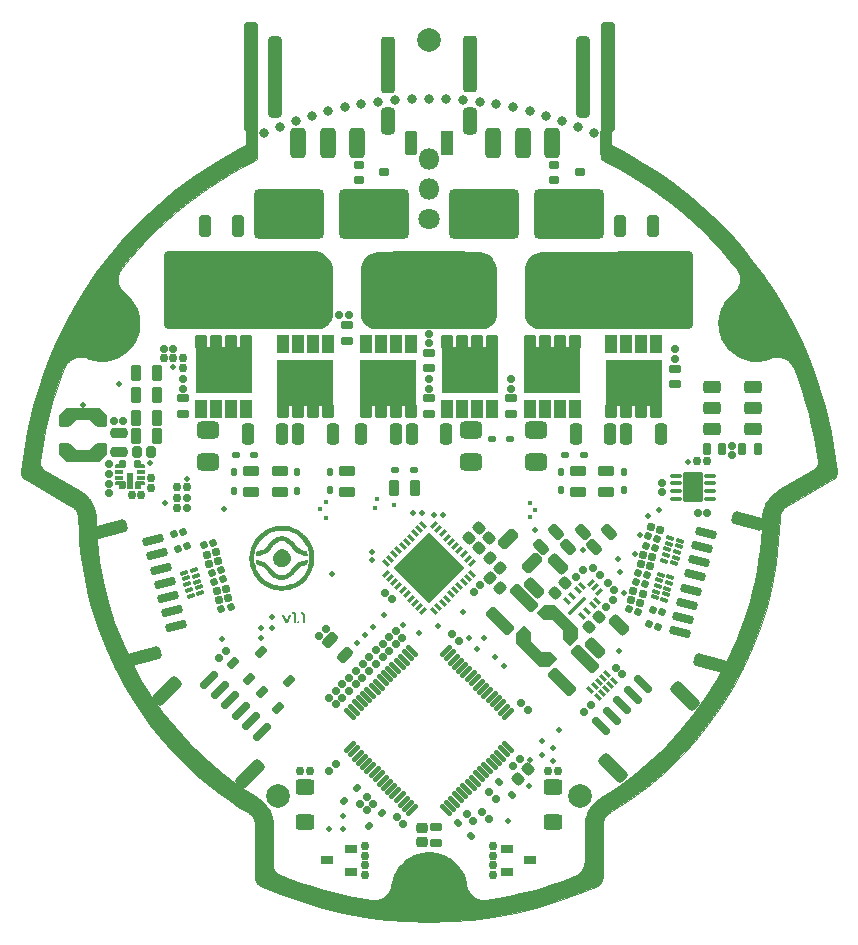
<source format=gbr>
%TF.GenerationSoftware,KiCad,Pcbnew,7.0.6*%
%TF.CreationDate,2024-04-14T17:53:18+02:00*%
%TF.ProjectId,amulet_controller,616d756c-6574-45f6-936f-6e74726f6c6c,1.1*%
%TF.SameCoordinates,Original*%
%TF.FileFunction,Soldermask,Top*%
%TF.FilePolarity,Negative*%
%FSLAX46Y46*%
G04 Gerber Fmt 4.6, Leading zero omitted, Abs format (unit mm)*
G04 Created by KiCad (PCBNEW 7.0.6) date 2024-04-14 17:53:18*
%MOMM*%
%LPD*%
G01*
G04 APERTURE LIST*
G04 Aperture macros list*
%AMRoundRect*
0 Rectangle with rounded corners*
0 $1 Rounding radius*
0 $2 $3 $4 $5 $6 $7 $8 $9 X,Y pos of 4 corners*
0 Add a 4 corners polygon primitive as box body*
4,1,4,$2,$3,$4,$5,$6,$7,$8,$9,$2,$3,0*
0 Add four circle primitives for the rounded corners*
1,1,$1+$1,$2,$3*
1,1,$1+$1,$4,$5*
1,1,$1+$1,$6,$7*
1,1,$1+$1,$8,$9*
0 Add four rect primitives between the rounded corners*
20,1,$1+$1,$2,$3,$4,$5,0*
20,1,$1+$1,$4,$5,$6,$7,0*
20,1,$1+$1,$6,$7,$8,$9,0*
20,1,$1+$1,$8,$9,$2,$3,0*%
%AMFreePoly0*
4,1,23,0.185356,0.435856,0.235356,0.385856,0.250001,0.350501,0.250001,-0.124500,0.235356,-0.159855,0.185356,-0.209855,0.150001,-0.224500,-0.500000,-0.224500,-0.535355,-0.209855,-0.585355,-0.159855,-0.600000,-0.124500,-0.600000,0.000501,-0.585355,0.035856,-0.535355,0.085856,-0.500000,0.100501,-0.270708,0.100501,-0.249998,0.121211,-0.249998,0.350501,-0.235353,0.385856,-0.185353,0.435856,
-0.149998,0.450501,0.150001,0.450501,0.185356,0.435856,0.185356,0.435856,$1*%
%AMFreePoly1*
4,1,23,0.235356,0.209855,0.285356,0.159855,0.300001,0.124500,0.300001,-0.350503,0.285356,-0.385858,0.235356,-0.435858,0.200001,-0.450503,-0.099998,-0.450501,-0.135353,-0.435856,-0.185353,-0.385856,-0.199998,-0.350501,-0.199998,-0.121211,-0.220708,-0.100501,-0.450000,-0.100501,-0.485355,-0.085856,-0.535355,-0.035856,-0.550000,-0.000501,-0.550000,0.124500,-0.535355,0.159855,-0.485355,0.209855,
-0.450000,0.224500,0.200001,0.224500,0.235356,0.209855,0.235356,0.209855,$1*%
%AMFreePoly2*
4,1,24,0.485355,0.209855,0.535355,0.159855,0.550000,0.124500,0.550000,-0.000501,0.535355,-0.035856,0.485355,-0.085856,0.450000,-0.100501,0.220708,-0.100501,0.199998,-0.121211,0.199998,-0.350501,0.185353,-0.385856,0.135353,-0.435856,0.099998,-0.450501,-0.200001,-0.450503,-0.235356,-0.435859,-0.235356,-0.435858,-0.285356,-0.385858,-0.300001,-0.350503,-0.300001,0.124500,-0.285356,0.159855,
-0.235356,0.209855,-0.200001,0.224500,0.450000,0.224500,0.485355,0.209855,0.485355,0.209855,$1*%
%AMFreePoly3*
4,1,23,0.135353,0.435856,0.185353,0.385856,0.199998,0.350501,0.199998,0.121211,0.220708,0.100501,0.450000,0.100501,0.485355,0.085856,0.535355,0.035856,0.550000,0.000501,0.550000,-0.124500,0.535355,-0.159855,0.485355,-0.209855,0.450000,-0.224500,-0.200001,-0.224500,-0.235356,-0.209855,-0.285356,-0.159855,-0.300001,-0.124500,-0.300001,0.350501,-0.285356,0.385856,-0.235356,0.435856,
-0.200001,0.450501,0.099998,0.450501,0.135353,0.435856,0.135353,0.435856,$1*%
%AMFreePoly4*
4,1,23,1.050356,1.980355,1.065000,1.945000,1.065000,1.170000,1.050804,1.135099,0.485000,0.554662,0.485000,-0.554662,1.050804,-1.135099,1.065000,-1.170000,1.065000,-1.945000,1.050356,-1.980355,1.014999,-1.995000,0.125000,-1.995000,0.089964,-1.980672,-0.470035,-1.430672,-0.484998,-1.395450,-0.485000,-1.395000,-0.485000,1.395000,-0.470355,1.430355,-0.470035,1.430672,0.089964,1.980672,
0.125000,1.995000,1.014999,1.995000,1.050356,1.980355,1.050356,1.980355,$1*%
%AMFreePoly5*
4,1,23,-0.089964,1.980672,0.470035,1.430672,0.484998,1.395450,0.485000,1.395000,0.485000,-1.395000,0.470355,-1.430355,0.470035,-1.430672,-0.089964,-1.980672,-0.125000,-1.995000,-1.014999,-1.995000,-1.050356,-1.980355,-1.065000,-1.945000,-1.065000,-1.170000,-1.050804,-1.135099,-0.485000,-0.554662,-0.485000,0.554662,-1.050804,1.135099,-1.065000,1.170000,-1.065000,1.945000,-1.050356,1.980355,
-1.014999,1.995000,-0.125000,1.995000,-0.089964,1.980672,-0.089964,1.980672,$1*%
G04 Aperture macros list end*
%ADD10C,0.100000*%
%ADD11C,0.160000*%
%ADD12RoundRect,0.287500X0.583363X-0.919239X0.919239X-0.583363X-0.583363X0.919239X-0.919239X0.583363X0*%
%ADD13C,0.800000*%
%ADD14C,0.499800*%
%ADD15RoundRect,0.180000X-0.130000X-0.130000X0.130000X-0.130000X0.130000X0.130000X-0.130000X0.130000X0*%
%ADD16RoundRect,0.050000X-0.425000X0.725000X-0.425000X-0.725000X0.425000X-0.725000X0.425000X0.725000X0*%
%ADD17RoundRect,0.050000X-2.330000X1.875000X-2.330000X-1.875000X2.330000X-1.875000X2.330000X1.875000X0*%
%ADD18RoundRect,0.050000X-0.425000X0.550000X-0.425000X-0.550000X0.425000X-0.550000X0.425000X0.550000X0*%
%ADD19RoundRect,0.187500X-0.097227X-0.168402X0.168402X-0.097227X0.097227X0.168402X-0.168402X0.097227X0*%
%ADD20RoundRect,0.180000X-0.159217X-0.091924X0.091924X-0.159217X0.159217X0.091924X-0.091924X0.159217X0*%
%ADD21RoundRect,0.237500X-0.053033X0.318198X-0.318198X0.053033X0.053033X-0.318198X0.318198X-0.053033X0*%
%ADD22RoundRect,0.200000X0.350000X0.150000X-0.350000X0.150000X-0.350000X-0.150000X0.350000X-0.150000X0*%
%ADD23RoundRect,0.180000X-0.183848X0.000000X0.000000X-0.183848X0.183848X0.000000X0.000000X0.183848X0*%
%ADD24RoundRect,0.237500X-0.194454X0.459619X-0.459619X0.194454X0.194454X-0.459619X0.459619X-0.194454X0*%
%ADD25RoundRect,0.180000X-0.091924X-0.159217X0.159217X-0.091924X0.091924X0.159217X-0.159217X0.091924X0*%
%ADD26RoundRect,0.125000X-0.350000X-0.075000X0.350000X-0.075000X0.350000X0.075000X-0.350000X0.075000X0*%
%ADD27RoundRect,0.050000X-0.800000X-1.200000X0.800000X-1.200000X0.800000X1.200000X-0.800000X1.200000X0*%
%ADD28RoundRect,0.180000X0.183848X0.000000X0.000000X0.183848X-0.183848X0.000000X0.000000X-0.183848X0*%
%ADD29RoundRect,0.212500X0.287500X-0.162500X0.287500X0.162500X-0.287500X0.162500X-0.287500X-0.162500X0*%
%ADD30RoundRect,0.150000X-0.200000X-0.100000X0.200000X-0.100000X0.200000X0.100000X-0.200000X0.100000X0*%
%ADD31RoundRect,0.050000X-0.123744X0.300520X-0.300520X0.123744X0.123744X-0.300520X0.300520X-0.123744X0*%
%ADD32RoundRect,0.237500X0.187500X0.462500X-0.187500X0.462500X-0.187500X-0.462500X0.187500X-0.462500X0*%
%ADD33RoundRect,0.360000X0.310000X0.940000X-0.310000X0.940000X-0.310000X-0.940000X0.310000X-0.940000X0*%
%ADD34RoundRect,0.325000X0.275000X0.822500X-0.275000X0.822500X-0.275000X-0.822500X0.275000X-0.822500X0*%
%ADD35RoundRect,0.325000X0.275000X3.122500X-0.275000X3.122500X-0.275000X-3.122500X0.275000X-3.122500X0*%
%ADD36RoundRect,0.325000X0.275000X2.077500X-0.275000X2.077500X-0.275000X-2.077500X0.275000X-2.077500X0*%
%ADD37RoundRect,0.237500X-0.462500X0.187500X-0.462500X-0.187500X0.462500X-0.187500X0.462500X0.187500X0*%
%ADD38RoundRect,0.180000X0.000000X0.183848X-0.183848X0.000000X0.000000X-0.183848X0.183848X0.000000X0*%
%ADD39RoundRect,0.187500X-0.137500X0.137500X-0.137500X-0.137500X0.137500X-0.137500X0.137500X0.137500X0*%
%ADD40RoundRect,0.150000X-0.212132X0.070711X0.070711X-0.212132X0.212132X-0.070711X-0.070711X0.212132X0*%
%ADD41RoundRect,0.290000X0.510000X-0.360000X0.510000X0.360000X-0.510000X0.360000X-0.510000X-0.360000X0*%
%ADD42RoundRect,0.187500X0.168402X0.097227X-0.097227X0.168402X-0.168402X-0.097227X0.097227X-0.168402X0*%
%ADD43RoundRect,0.245652X0.254348X0.654348X-0.254348X0.654348X-0.254348X-0.654348X0.254348X-0.654348X0*%
%ADD44RoundRect,0.187500X-0.194454X0.000000X0.000000X-0.194454X0.194454X0.000000X0.000000X0.194454X0*%
%ADD45RoundRect,0.180000X0.000000X-0.183848X0.183848X0.000000X0.000000X0.183848X-0.183848X0.000000X0*%
%ADD46RoundRect,0.050000X0.425000X-0.725000X0.425000X0.725000X-0.425000X0.725000X-0.425000X-0.725000X0*%
%ADD47RoundRect,0.050000X2.330000X-1.875000X2.330000X1.875000X-2.330000X1.875000X-2.330000X-1.875000X0*%
%ADD48RoundRect,0.050000X0.425000X-0.550000X0.425000X0.550000X-0.425000X0.550000X-0.425000X-0.550000X0*%
%ADD49RoundRect,0.237500X0.462500X-0.187500X0.462500X0.187500X-0.462500X0.187500X-0.462500X-0.187500X0*%
%ADD50RoundRect,0.245652X-0.642545X-0.282843X-0.282843X-0.642545X0.642545X0.282843X0.282843X0.642545X0*%
%ADD51C,0.399800*%
%ADD52C,2.000000*%
%ADD53RoundRect,0.212500X-0.287500X0.162500X-0.287500X-0.162500X0.287500X-0.162500X0.287500X0.162500X0*%
%ADD54RoundRect,0.187500X0.194454X0.000000X0.000000X0.194454X-0.194454X0.000000X0.000000X-0.194454X0*%
%ADD55RoundRect,0.187500X0.137500X0.137500X-0.137500X0.137500X-0.137500X-0.137500X0.137500X-0.137500X0*%
%ADD56RoundRect,0.187500X0.000000X-0.194454X0.194454X0.000000X0.000000X0.194454X-0.194454X0.000000X0*%
%ADD57RoundRect,0.400000X0.550000X-0.350000X0.550000X0.350000X-0.550000X0.350000X-0.550000X-0.350000X0*%
%ADD58RoundRect,0.180000X0.159217X0.091924X-0.091924X0.159217X-0.159217X-0.091924X0.091924X-0.159217X0*%
%ADD59RoundRect,0.180000X-0.130000X0.130000X-0.130000X-0.130000X0.130000X-0.130000X0.130000X0.130000X0*%
%ADD60RoundRect,0.225000X-0.500000X0.175000X-0.500000X-0.175000X0.500000X-0.175000X0.500000X0.175000X0*%
%ADD61RoundRect,0.187500X0.137500X-0.137500X0.137500X0.137500X-0.137500X0.137500X-0.137500X-0.137500X0*%
%ADD62RoundRect,0.237500X-0.459619X-0.194454X-0.194454X-0.459619X0.459619X0.194454X0.194454X0.459619X0*%
%ADD63RoundRect,0.256521X-0.268479X-0.643479X0.268479X-0.643479X0.268479X0.643479X-0.268479X0.643479X0*%
%ADD64RoundRect,0.237500X0.262500X-0.187500X0.262500X0.187500X-0.262500X0.187500X-0.262500X-0.187500X0*%
%ADD65RoundRect,0.200000X-0.106066X-0.318198X0.318198X0.106066X0.106066X0.318198X-0.318198X-0.106066X0*%
%ADD66RoundRect,0.187500X-0.262500X-0.137500X0.262500X-0.137500X0.262500X0.137500X-0.262500X0.137500X0*%
%ADD67RoundRect,0.112500X-0.123744X0.212132X-0.212132X0.123744X0.123744X-0.212132X0.212132X-0.123744X0*%
%ADD68RoundRect,0.112500X0.212132X0.123744X0.123744X0.212132X-0.212132X-0.123744X-0.123744X-0.212132X0*%
%ADD69RoundRect,0.112500X0.645235X0.556847X0.556847X0.645235X-0.645235X-0.556847X-0.556847X-0.645235X0*%
%ADD70RoundRect,0.180000X0.091924X0.159217X-0.159217X0.091924X-0.091924X-0.159217X0.159217X-0.091924X0*%
%ADD71RoundRect,0.180000X0.130000X0.130000X-0.130000X0.130000X-0.130000X-0.130000X0.130000X-0.130000X0*%
%ADD72RoundRect,0.256521X0.268479X0.643479X-0.268479X0.643479X-0.268479X-0.643479X0.268479X-0.643479X0*%
%ADD73RoundRect,0.200000X-0.601041X-0.388909X-0.388909X-0.601041X0.601041X0.388909X0.388909X0.601041X0*%
%ADD74RoundRect,0.300000X-0.954594X-0.601041X-0.601041X-0.954594X0.954594X0.601041X0.601041X0.954594X0*%
%ADD75RoundRect,0.237500X0.194454X-0.459619X0.459619X-0.194454X-0.194454X0.459619X-0.459619X0.194454X0*%
%ADD76FreePoly0,180.000000*%
%ADD77RoundRect,0.050000X0.300000X0.125000X-0.300000X0.125000X-0.300000X-0.125000X0.300000X-0.125000X0*%
%ADD78FreePoly1,180.000000*%
%ADD79FreePoly2,180.000000*%
%ADD80FreePoly3,180.000000*%
%ADD81RoundRect,0.050000X0.175000X0.650000X-0.175000X0.650000X-0.175000X-0.650000X0.175000X-0.650000X0*%
%ADD82C,0.900000*%
%ADD83C,5.400000*%
%ADD84RoundRect,0.120000X0.325269X0.424264X-0.424264X-0.325269X-0.325269X-0.424264X0.424264X0.325269X0*%
%ADD85RoundRect,0.120000X-0.325269X0.424264X-0.424264X0.325269X0.325269X-0.424264X0.424264X-0.325269X0*%
%ADD86C,1.800000*%
%ADD87O,1.800000X1.800000*%
%ADD88RoundRect,0.150000X0.100000X-0.200000X0.100000X0.200000X-0.100000X0.200000X-0.100000X-0.200000X0*%
%ADD89RoundRect,0.200000X0.637325X-0.326062X0.714971X-0.036284X-0.637325X0.326062X-0.714971X0.036284X0*%
%ADD90RoundRect,0.300000X0.997814X-0.526182X1.127223X-0.043219X-0.997814X0.526182X-1.127223X0.043219X0*%
%ADD91FreePoly4,225.000000*%
%ADD92FreePoly5,225.000000*%
%ADD93RoundRect,0.375000X2.925000X2.925000X-2.925000X2.925000X-2.925000X-2.925000X2.925000X-2.925000X0*%
%ADD94RoundRect,0.180000X0.130000X-0.130000X0.130000X0.130000X-0.130000X0.130000X-0.130000X-0.130000X0*%
%ADD95RoundRect,0.237500X-0.318198X-0.053033X-0.053033X-0.318198X0.318198X0.053033X0.053033X0.318198X0*%
%ADD96RoundRect,0.200000X0.388909X-0.601041X0.601041X-0.388909X-0.388909X0.601041X-0.601041X0.388909X0*%
%ADD97RoundRect,0.300000X0.601041X-0.954594X0.954594X-0.601041X-0.601041X0.954594X-0.954594X0.601041X0*%
%ADD98RoundRect,0.237500X0.053033X-0.318198X0.318198X-0.053033X-0.053033X0.318198X-0.318198X0.053033X0*%
%ADD99RoundRect,0.256521X-0.265165X0.644852X-0.644852X0.265165X0.265165X-0.644852X0.644852X-0.265165X0*%
%ADD100RoundRect,0.245652X-0.254348X-0.654348X0.254348X-0.654348X0.254348X0.654348X-0.254348X0.654348X0*%
%ADD101RoundRect,0.212500X0.162500X0.287500X-0.162500X0.287500X-0.162500X-0.287500X0.162500X-0.287500X0*%
%ADD102RoundRect,0.200000X-0.350000X-0.150000X0.350000X-0.150000X0.350000X0.150000X-0.350000X0.150000X0*%
%ADD103RoundRect,0.050000X-0.257425X0.198386X-0.322130X-0.043095X0.257425X-0.198386X0.322130X0.043095X0*%
%ADD104RoundRect,0.150000X-0.070711X-0.212132X0.212132X0.070711X0.070711X0.212132X-0.212132X-0.070711X0*%
%ADD105RoundRect,0.375000X-2.925000X-2.925000X2.925000X-2.925000X2.925000X2.925000X-2.925000X2.925000X0*%
%ADD106RoundRect,0.237500X0.187500X0.262500X-0.187500X0.262500X-0.187500X-0.262500X0.187500X-0.262500X0*%
%ADD107RoundRect,0.150000X0.200000X0.100000X-0.200000X0.100000X-0.200000X-0.100000X0.200000X-0.100000X0*%
%ADD108RoundRect,0.187500X0.000000X0.194454X-0.194454X0.000000X0.000000X-0.194454X0.194454X0.000000X0*%
%ADD109RoundRect,0.237500X-0.187500X-0.462500X0.187500X-0.462500X0.187500X0.462500X-0.187500X0.462500X0*%
%ADD110RoundRect,0.050000X0.322130X-0.043095X0.257425X0.198386X-0.322130X0.043095X-0.257425X-0.198386X0*%
%ADD111FreePoly4,90.000000*%
%ADD112FreePoly5,90.000000*%
%ADD113RoundRect,0.105000X0.134350X0.212132X-0.212132X-0.134350X-0.134350X-0.212132X0.212132X0.134350X0*%
%ADD114RoundRect,0.105000X-0.134350X0.212132X-0.212132X0.134350X0.134350X-0.212132X0.212132X-0.134350X0*%
%ADD115RoundRect,0.155000X0.000000X2.821356X-2.821356X0.000000X0.000000X-2.821356X2.821356X0.000000X0*%
%ADD116RoundRect,0.200000X-0.714971X-0.036284X-0.637325X-0.326062X0.714971X0.036284X0.637325X0.326062X0*%
%ADD117RoundRect,0.300000X-1.127223X-0.043219X-0.997814X-0.526182X1.127223X0.043219X0.997814X0.526182X0*%
%ADD118RoundRect,0.300000X0.450000X0.250000X-0.450000X0.250000X-0.450000X-0.250000X0.450000X-0.250000X0*%
%ADD119RoundRect,0.465000X2.510000X1.660000X-2.510000X1.660000X-2.510000X-1.660000X2.510000X-1.660000X0*%
%ADD120RoundRect,0.050000X0.450000X1.000000X-0.450000X1.000000X-0.450000X-1.000000X0.450000X-1.000000X0*%
%ADD121RoundRect,0.140000X0.360000X0.910000X-0.360000X0.910000X-0.360000X-0.910000X0.360000X-0.910000X0*%
G04 APERTURE END LIST*
D10*
X163950000Y-58930000D02*
X164491593Y-59204906D01*
X165501551Y-59750751D01*
X166492900Y-60329707D01*
X167464554Y-60941141D01*
X168415450Y-61584382D01*
X169344547Y-62258727D01*
X169876674Y-62657587D01*
X170536186Y-63181644D01*
X171391523Y-63907658D01*
X172221874Y-64659953D01*
X173026693Y-65437851D01*
X173805410Y-66240680D01*
X174557475Y-67067762D01*
X175282334Y-67918415D01*
X175979425Y-68791975D01*
X176648190Y-69687753D01*
X176924984Y-70100963D01*
X174384698Y-71641249D01*
X174260000Y-71470000D01*
X174317953Y-71422567D01*
X174373226Y-71372526D01*
X174425751Y-71320004D01*
X174475468Y-71265107D01*
X174522308Y-71207968D01*
X174566198Y-71148685D01*
X174607081Y-71087392D01*
X174644887Y-71024213D01*
X174679544Y-70959241D01*
X174710987Y-70892616D01*
X174739154Y-70824451D01*
X174763978Y-70754856D01*
X174785383Y-70683956D01*
X174803313Y-70611871D01*
X174817696Y-70538717D01*
X174828471Y-70464602D01*
X174835532Y-70390052D01*
X174838855Y-70315572D01*
X174838491Y-70241287D01*
X174834452Y-70167342D01*
X174826793Y-70093854D01*
X174815556Y-70020962D01*
X174800759Y-69948787D01*
X174782452Y-69877466D01*
X174760666Y-69807133D01*
X174735443Y-69737912D01*
X174706817Y-69669937D01*
X174674823Y-69603334D01*
X174639504Y-69538242D01*
X174600887Y-69474781D01*
X174559018Y-69413091D01*
X174513935Y-69353301D01*
X173865457Y-68561815D01*
X173193391Y-67791228D01*
X172498237Y-67042061D01*
X172034698Y-66566249D01*
X171608181Y-66155493D01*
X170782079Y-65381781D01*
X169930088Y-64636675D01*
X169053196Y-63921039D01*
X168152424Y-63235706D01*
X167228817Y-62581471D01*
X166283449Y-61959094D01*
X165317418Y-61369300D01*
X164331847Y-60812772D01*
X163327881Y-60290158D01*
X163050000Y-60150000D01*
X163050000Y-57750000D01*
X163950000Y-57750000D01*
X163950000Y-58930000D01*
G36*
X163950000Y-58930000D02*
G01*
X164491593Y-59204906D01*
X165501551Y-59750751D01*
X166492900Y-60329707D01*
X167464554Y-60941141D01*
X168415450Y-61584382D01*
X169344547Y-62258727D01*
X169876674Y-62657587D01*
X170536186Y-63181644D01*
X171391523Y-63907658D01*
X172221874Y-64659953D01*
X173026693Y-65437851D01*
X173805410Y-66240680D01*
X174557475Y-67067762D01*
X175282334Y-67918415D01*
X175979425Y-68791975D01*
X176648190Y-69687753D01*
X176924984Y-70100963D01*
X174384698Y-71641249D01*
X174260000Y-71470000D01*
X174317953Y-71422567D01*
X174373226Y-71372526D01*
X174425751Y-71320004D01*
X174475468Y-71265107D01*
X174522308Y-71207968D01*
X174566198Y-71148685D01*
X174607081Y-71087392D01*
X174644887Y-71024213D01*
X174679544Y-70959241D01*
X174710987Y-70892616D01*
X174739154Y-70824451D01*
X174763978Y-70754856D01*
X174785383Y-70683956D01*
X174803313Y-70611871D01*
X174817696Y-70538717D01*
X174828471Y-70464602D01*
X174835532Y-70390052D01*
X174838855Y-70315572D01*
X174838491Y-70241287D01*
X174834452Y-70167342D01*
X174826793Y-70093854D01*
X174815556Y-70020962D01*
X174800759Y-69948787D01*
X174782452Y-69877466D01*
X174760666Y-69807133D01*
X174735443Y-69737912D01*
X174706817Y-69669937D01*
X174674823Y-69603334D01*
X174639504Y-69538242D01*
X174600887Y-69474781D01*
X174559018Y-69413091D01*
X174513935Y-69353301D01*
X173865457Y-68561815D01*
X173193391Y-67791228D01*
X172498237Y-67042061D01*
X172034698Y-66566249D01*
X171608181Y-66155493D01*
X170782079Y-65381781D01*
X169930088Y-64636675D01*
X169053196Y-63921039D01*
X168152424Y-63235706D01*
X167228817Y-62581471D01*
X166283449Y-61959094D01*
X165317418Y-61369300D01*
X164331847Y-60812772D01*
X163327881Y-60290158D01*
X163050000Y-60150000D01*
X163050000Y-57750000D01*
X163950000Y-57750000D01*
X163950000Y-58930000D01*
G37*
X164150000Y-48700000D02*
X164150000Y-57550000D01*
X163050000Y-58650000D01*
X163050000Y-48700000D01*
X163200000Y-48550000D01*
X164000000Y-48550000D01*
X164150000Y-48700000D01*
G36*
X164150000Y-48700000D02*
G01*
X164150000Y-57550000D01*
X163050000Y-58650000D01*
X163050000Y-48700000D01*
X163200000Y-48550000D01*
X164000000Y-48550000D01*
X164150000Y-48700000D01*
G37*
X133950000Y-48700000D02*
X133950000Y-58650000D01*
X132850000Y-57550000D01*
X132850000Y-48700000D01*
X133000000Y-48550000D01*
X133800000Y-48550000D01*
X133950000Y-48700000D01*
G36*
X133950000Y-48700000D02*
G01*
X133950000Y-58650000D01*
X132850000Y-57550000D01*
X132850000Y-48700000D01*
X133000000Y-48550000D01*
X133800000Y-48550000D01*
X133950000Y-48700000D01*
G37*
X177458763Y-70882106D02*
X178062591Y-71829744D01*
X178634547Y-72794916D01*
X179174316Y-73776787D01*
X179681602Y-74774541D01*
X180156088Y-75787358D01*
X180597474Y-76814415D01*
X181005450Y-77854889D01*
X181379710Y-78907968D01*
X181719951Y-79972815D01*
X182025863Y-81048623D01*
X182297133Y-82134559D01*
X182533465Y-83229809D01*
X182734545Y-84333556D01*
X182900067Y-85444970D01*
X183029727Y-86563236D01*
X183032940Y-86614418D01*
X183032422Y-86665208D01*
X183028264Y-86715437D01*
X183020560Y-86764926D01*
X183009387Y-86813509D01*
X182994841Y-86861007D01*
X182977012Y-86907261D01*
X182955981Y-86952082D01*
X182931836Y-86995314D01*
X182904675Y-87036778D01*
X182874577Y-87076298D01*
X182841634Y-87113706D01*
X182805934Y-87148834D01*
X182767564Y-87181506D01*
X182726614Y-87211550D01*
X182683172Y-87238793D01*
X178844883Y-89454809D01*
X178808318Y-89476725D01*
X178772637Y-89499727D01*
X178737855Y-89523786D01*
X178703997Y-89548876D01*
X178671067Y-89574966D01*
X178639089Y-89602033D01*
X178608078Y-89630045D01*
X178578047Y-89658975D01*
X178549020Y-89688796D01*
X178521008Y-89719477D01*
X178494031Y-89750998D01*
X178468098Y-89783319D01*
X178443233Y-89816426D01*
X178419449Y-89850279D01*
X178396764Y-89884857D01*
X178375195Y-89920133D01*
X178354758Y-89956070D01*
X178335465Y-89992651D01*
X178317337Y-90029846D01*
X178300393Y-90067615D01*
X178284644Y-90105949D01*
X178270109Y-90144808D01*
X178256804Y-90184167D01*
X178244749Y-90223996D01*
X178233951Y-90264274D01*
X178224435Y-90304966D01*
X178216215Y-90346049D01*
X178209308Y-90387487D01*
X178203730Y-90429261D01*
X178199495Y-90471337D01*
X178196627Y-90513695D01*
X178195133Y-90556299D01*
X178098398Y-92460799D01*
X177881777Y-94341352D01*
X177548079Y-96193108D01*
X177100094Y-98011212D01*
X176540626Y-99790822D01*
X175872471Y-101527082D01*
X175098438Y-103215143D01*
X174221321Y-104850154D01*
X173243924Y-106427271D01*
X172169039Y-107941638D01*
X170999473Y-109388405D01*
X169738025Y-110762726D01*
X168387496Y-112059751D01*
X166950683Y-113274623D01*
X165430387Y-114402497D01*
X163829410Y-115438524D01*
X163793256Y-115461120D01*
X163758012Y-115484783D01*
X163723684Y-115509494D01*
X163690298Y-115535213D01*
X163657864Y-115561915D01*
X163626396Y-115589577D01*
X163595909Y-115618165D01*
X163566428Y-115647653D01*
X163537961Y-115678011D01*
X163510526Y-115709211D01*
X163484138Y-115741228D01*
X163458818Y-115774033D01*
X163434578Y-115807597D01*
X163411429Y-115841892D01*
X163368488Y-115912559D01*
X163330121Y-115985811D01*
X163312694Y-116023335D01*
X163296457Y-116061421D01*
X163281428Y-116100040D01*
X163267622Y-116139163D01*
X163255055Y-116178765D01*
X163243745Y-116218816D01*
X163233702Y-116259286D01*
X163224949Y-116300147D01*
X163217501Y-116341376D01*
X163211370Y-116382940D01*
X163206573Y-116424809D01*
X163203129Y-116466960D01*
X163201047Y-116509365D01*
X163200353Y-116551990D01*
X163200352Y-120984023D01*
X163198483Y-121035271D01*
X163192941Y-121085760D01*
X163183832Y-121135332D01*
X163171262Y-121183814D01*
X163155337Y-121231046D01*
X163136159Y-121276875D01*
X163113834Y-121321130D01*
X163088466Y-121363653D01*
X163060162Y-121404278D01*
X163029024Y-121442843D01*
X162995158Y-121479189D01*
X162958668Y-121513149D01*
X162919661Y-121544571D01*
X162878244Y-121573280D01*
X162834511Y-121599121D01*
X162788582Y-121621926D01*
X161070547Y-122343388D01*
X159325314Y-122968649D01*
X157556766Y-123497721D01*
X155768791Y-123930597D01*
X153965275Y-124267278D01*
X152150103Y-124507764D01*
X150327157Y-124652055D01*
X148500328Y-124700152D01*
X146673502Y-124652053D01*
X144850556Y-124507763D01*
X143035385Y-124267276D01*
X141231870Y-123930594D01*
X139443899Y-123497717D01*
X137675357Y-122968646D01*
X135930128Y-122343382D01*
X134212101Y-121621920D01*
X134188866Y-121610902D01*
X134166167Y-121599110D01*
X134144022Y-121586562D01*
X134122439Y-121573272D01*
X134101433Y-121559269D01*
X134081022Y-121544563D01*
X134061208Y-121529181D01*
X134042016Y-121513146D01*
X134023449Y-121496471D01*
X134005528Y-121479179D01*
X133988261Y-121461296D01*
X133971663Y-121442836D01*
X133955747Y-121423817D01*
X133940528Y-121404271D01*
X133926017Y-121384204D01*
X133912227Y-121363644D01*
X133899170Y-121342612D01*
X133886863Y-121321120D01*
X133875315Y-121299200D01*
X133864544Y-121276867D01*
X133854553Y-121254142D01*
X133845363Y-121231042D01*
X133836989Y-121207591D01*
X133829440Y-121183808D01*
X133822731Y-121159714D01*
X133816876Y-121135327D01*
X133811880Y-121110670D01*
X133807770Y-121085761D01*
X133804546Y-121060622D01*
X133802226Y-121035273D01*
X133800827Y-121009730D01*
X133800358Y-120984026D01*
X133800358Y-116551989D01*
X133797582Y-116466962D01*
X133789341Y-116382938D01*
X133775759Y-116300153D01*
X133756965Y-116218816D01*
X133733087Y-116139163D01*
X133704253Y-116061419D01*
X133670590Y-115985812D01*
X133632223Y-115912558D01*
X133589284Y-115841891D01*
X133541896Y-115774033D01*
X133490191Y-115709213D01*
X133434294Y-115647650D01*
X133374332Y-115589572D01*
X133310431Y-115535212D01*
X133242722Y-115484789D01*
X133171330Y-115438524D01*
X132360930Y-114932297D01*
X131570352Y-114402497D01*
X130799944Y-113849737D01*
X130050056Y-113274622D01*
X129321040Y-112677757D01*
X128613242Y-112059748D01*
X127927016Y-111421200D01*
X127262707Y-110762725D01*
X126001260Y-109388405D01*
X124831692Y-107941637D01*
X123756806Y-106427270D01*
X122779401Y-104850153D01*
X121902283Y-103215141D01*
X121128247Y-101527079D01*
X120460090Y-99790821D01*
X119900622Y-98011212D01*
X119662518Y-97106668D01*
X119452635Y-96193106D01*
X119271321Y-95271135D01*
X119118931Y-94341352D01*
X118995810Y-93404373D01*
X118902315Y-92460799D01*
X118838780Y-91511241D01*
X118805574Y-90556299D01*
X118801209Y-90471342D01*
X118791395Y-90387490D01*
X118776262Y-90304966D01*
X118755948Y-90223998D01*
X118730587Y-90144808D01*
X118700301Y-90067617D01*
X118665229Y-89992651D01*
X118625497Y-89920131D01*
X118581243Y-89850280D01*
X118532596Y-89783321D01*
X118479685Y-89719477D01*
X118422642Y-89658975D01*
X118361602Y-89602033D01*
X118296694Y-89548876D01*
X118228048Y-89499727D01*
X118155796Y-89454809D01*
X114317542Y-87238795D01*
X114295508Y-87225533D01*
X114274090Y-87211550D01*
X114253295Y-87196866D01*
X114233135Y-87181506D01*
X114213620Y-87165488D01*
X114194761Y-87148835D01*
X114176569Y-87131565D01*
X114159060Y-87113706D01*
X114142235Y-87095278D01*
X114126115Y-87076297D01*
X114110702Y-87056790D01*
X114096013Y-87036774D01*
X114082059Y-87016275D01*
X114068849Y-86995313D01*
X114056395Y-86973911D01*
X114044710Y-86952088D01*
X114033798Y-86929863D01*
X114023678Y-86907261D01*
X114014359Y-86884305D01*
X114005847Y-86861011D01*
X113998159Y-86837411D01*
X113991303Y-86813513D01*
X113985294Y-86789345D01*
X113980134Y-86764931D01*
X113975841Y-86740289D01*
X113972429Y-86715440D01*
X113969901Y-86690410D01*
X113968277Y-86665216D01*
X113967561Y-86639881D01*
X113967764Y-86614426D01*
X113968902Y-86588873D01*
X113970980Y-86563243D01*
X114100630Y-85444979D01*
X114266146Y-84333564D01*
X114467218Y-83229818D01*
X114703545Y-82134564D01*
X114974813Y-81048624D01*
X115280721Y-79972821D01*
X115620959Y-78907970D01*
X115995221Y-77854894D01*
X116403200Y-76814419D01*
X116844583Y-75787362D01*
X117319073Y-74774545D01*
X117826360Y-73776790D01*
X118366129Y-72794918D01*
X118938085Y-71829751D01*
X119541918Y-70882105D01*
X120177311Y-69952810D01*
X122387546Y-71228872D01*
X122521466Y-71310562D01*
X122650043Y-71397784D01*
X122773199Y-71490291D01*
X122890868Y-71587856D01*
X123002971Y-71690235D01*
X123109447Y-71797194D01*
X123210209Y-71908493D01*
X123305191Y-72023894D01*
X123394324Y-72143160D01*
X123477526Y-72266057D01*
X123554735Y-72392339D01*
X123625873Y-72521771D01*
X123690868Y-72654119D01*
X123749645Y-72789146D01*
X123802140Y-72926605D01*
X123848268Y-73066272D01*
X123887970Y-73207900D01*
X123921161Y-73351248D01*
X123947774Y-73496087D01*
X123967738Y-73642174D01*
X123980980Y-73789275D01*
X123987427Y-73937148D01*
X123987001Y-74085560D01*
X123979636Y-74234269D01*
X123965259Y-74383039D01*
X123943795Y-74531631D01*
X123915173Y-74679810D01*
X123879319Y-74827335D01*
X123836161Y-74973973D01*
X123785629Y-75119481D01*
X123727647Y-75263619D01*
X123662143Y-75406157D01*
X123589835Y-75545368D01*
X123511649Y-75679624D01*
X123427807Y-75808842D01*
X123338548Y-75932927D01*
X123244105Y-76051794D01*
X123144704Y-76165357D01*
X123040584Y-76273520D01*
X122931975Y-76376203D01*
X122819107Y-76473306D01*
X122702213Y-76564749D01*
X122581530Y-76650442D01*
X122457284Y-76730296D01*
X122329709Y-76804221D01*
X122199038Y-76872127D01*
X122065501Y-76933931D01*
X121929336Y-76989540D01*
X121790770Y-77038865D01*
X121650035Y-77081818D01*
X121507365Y-77118311D01*
X121362992Y-77148255D01*
X121217149Y-77171563D01*
X121070067Y-77188139D01*
X120921976Y-77197905D01*
X120773113Y-77200766D01*
X120623706Y-77196634D01*
X120473988Y-77185419D01*
X120324194Y-77167036D01*
X120174554Y-77141397D01*
X120025307Y-77108402D01*
X119876671Y-77067977D01*
X119728888Y-77020027D01*
X119582189Y-76964466D01*
X119512133Y-76937998D01*
X119441164Y-76915152D01*
X119369415Y-76895928D01*
X119297020Y-76880318D01*
X119224117Y-76868328D01*
X119150841Y-76859956D01*
X119077327Y-76855199D01*
X119003708Y-76854056D01*
X118930123Y-76856524D01*
X118856705Y-76862607D01*
X118783592Y-76872298D01*
X118710916Y-76885596D01*
X118638814Y-76902508D01*
X118567424Y-76923022D01*
X118496877Y-76947145D01*
X118427309Y-76974872D01*
X118359213Y-77006032D01*
X118293042Y-77040390D01*
X118228896Y-77077848D01*
X118166869Y-77118318D01*
X118107051Y-77161691D01*
X118049538Y-77207879D01*
X117994434Y-77256773D01*
X117941818Y-77308288D01*
X117891795Y-77362322D01*
X117844457Y-77418777D01*
X117799898Y-77477551D01*
X117758213Y-77538557D01*
X117719497Y-77601695D01*
X117683845Y-77666866D01*
X117651346Y-77733966D01*
X117622106Y-77802907D01*
X117260894Y-78760252D01*
X116929587Y-79727570D01*
X116628354Y-80704173D01*
X116357394Y-81689351D01*
X116116872Y-82682398D01*
X115906983Y-83682618D01*
X115727900Y-84689300D01*
X115579807Y-85701744D01*
X115574598Y-85757989D01*
X115573619Y-85813890D01*
X115576770Y-85869253D01*
X115583955Y-85923874D01*
X115595074Y-85977555D01*
X115610021Y-86030086D01*
X115628708Y-86081280D01*
X115651027Y-86130926D01*
X115676882Y-86178824D01*
X115706176Y-86224780D01*
X115738806Y-86268585D01*
X115774669Y-86310042D01*
X115813672Y-86348951D01*
X115855715Y-86385107D01*
X115900696Y-86418315D01*
X115948520Y-86448367D01*
X118905826Y-88155772D01*
X118984587Y-88202977D01*
X119061438Y-88252518D01*
X119136351Y-88304336D01*
X119209288Y-88358373D01*
X119280213Y-88414570D01*
X119349092Y-88472864D01*
X119415886Y-88533197D01*
X119480564Y-88595508D01*
X119543088Y-88659736D01*
X119603424Y-88725823D01*
X119661537Y-88793709D01*
X119717386Y-88863330D01*
X119770946Y-88934630D01*
X119822172Y-89007551D01*
X119871031Y-89082022D01*
X119917490Y-89157996D01*
X119961517Y-89235406D01*
X120003065Y-89314193D01*
X120042109Y-89394302D01*
X120078610Y-89475661D01*
X120112530Y-89558219D01*
X120143841Y-89641919D01*
X120172497Y-89726691D01*
X120198471Y-89812482D01*
X120221727Y-89899230D01*
X120242221Y-89986873D01*
X120259930Y-90075356D01*
X120274812Y-90164614D01*
X120286831Y-90254587D01*
X120295952Y-90345220D01*
X120302141Y-90436447D01*
X120305363Y-90528211D01*
X120397220Y-92336526D01*
X120602906Y-94122100D01*
X120919762Y-95880332D01*
X121345125Y-97606613D01*
X121876344Y-99296341D01*
X122510755Y-100944911D01*
X123245700Y-102547715D01*
X124078522Y-104100155D01*
X125006563Y-105597617D01*
X126027158Y-107035500D01*
X127137653Y-108409199D01*
X128335395Y-109714111D01*
X129617716Y-110945626D01*
X130981962Y-112099142D01*
X132425471Y-113170056D01*
X133945591Y-114153757D01*
X134023449Y-114202426D01*
X134099359Y-114253398D01*
X134173284Y-114306611D01*
X134245195Y-114362006D01*
X134315054Y-114419521D01*
X134382826Y-114479095D01*
X134448479Y-114540668D01*
X134511978Y-114604176D01*
X134573290Y-114669566D01*
X134632374Y-114736773D01*
X134689203Y-114805733D01*
X134743741Y-114876389D01*
X134795953Y-114948680D01*
X134845805Y-115022544D01*
X134938289Y-115174751D01*
X135020922Y-115332524D01*
X135058456Y-115413348D01*
X135093427Y-115495381D01*
X135125796Y-115578561D01*
X135155529Y-115662825D01*
X135182597Y-115748122D01*
X135206956Y-115834386D01*
X135228585Y-115921550D01*
X135247437Y-116009564D01*
X135263482Y-116098362D01*
X135276690Y-116187884D01*
X135287019Y-116278066D01*
X135294440Y-116368853D01*
X135298918Y-116460180D01*
X135300419Y-116551989D01*
X135300417Y-119966802D01*
X135302538Y-120023239D01*
X135308812Y-120078801D01*
X135319108Y-120133283D01*
X135333305Y-120186514D01*
X135351278Y-120238300D01*
X135372905Y-120288456D01*
X135398057Y-120336802D01*
X135426611Y-120383140D01*
X135458449Y-120427290D01*
X135493436Y-120469065D01*
X135531459Y-120508278D01*
X135572387Y-120544743D01*
X135616095Y-120578278D01*
X135662460Y-120608687D01*
X135711358Y-120635792D01*
X135762667Y-120659405D01*
X136713495Y-121037370D01*
X137674837Y-121385620D01*
X138645988Y-121703958D01*
X139626247Y-121992186D01*
X140614916Y-122250112D01*
X141611292Y-122477546D01*
X142614674Y-122674284D01*
X143624363Y-122840139D01*
X143698693Y-122849288D01*
X143773062Y-122854697D01*
X143847330Y-122856407D01*
X143921371Y-122854449D01*
X143995050Y-122848854D01*
X144068234Y-122839654D01*
X144140801Y-122826891D01*
X144212608Y-122810585D01*
X144283531Y-122790779D01*
X144353431Y-122767505D01*
X144422187Y-122740793D01*
X144489661Y-122710678D01*
X144555718Y-122677195D01*
X144620237Y-122640373D01*
X144683079Y-122600250D01*
X144744114Y-122556855D01*
X144802903Y-122510472D01*
X144859063Y-122461438D01*
X144912524Y-122409866D01*
X144963219Y-122355879D01*
X145011076Y-122299583D01*
X145056030Y-122241107D01*
X145098006Y-122180562D01*
X145136940Y-122118065D01*
X145172762Y-122053736D01*
X145205404Y-121987684D01*
X145234792Y-121920036D01*
X145260864Y-121850898D01*
X145283545Y-121780397D01*
X145302769Y-121708647D01*
X145318466Y-121635762D01*
X145330573Y-121561858D01*
X145354382Y-121414665D01*
X145384676Y-121269986D01*
X145421292Y-121127956D01*
X145464062Y-120988720D01*
X145512830Y-120852417D01*
X145567430Y-120719192D01*
X145627692Y-120589188D01*
X145693467Y-120462540D01*
X145764582Y-120339399D01*
X145840879Y-120219899D01*
X145922190Y-120104188D01*
X146008359Y-119992406D01*
X146099217Y-119884691D01*
X146194604Y-119781188D01*
X146294356Y-119682039D01*
X146398315Y-119587387D01*
X146506313Y-119497371D01*
X146618187Y-119412136D01*
X146733778Y-119331818D01*
X146852919Y-119256568D01*
X146975450Y-119186523D01*
X147101207Y-119121821D01*
X147230025Y-119062610D01*
X147361750Y-119009027D01*
X147496208Y-118961219D01*
X147633242Y-118919324D01*
X147772687Y-118883484D01*
X147914383Y-118853844D01*
X148058167Y-118830545D01*
X148203872Y-118813726D01*
X148351337Y-118803528D01*
X148500400Y-118800100D01*
X148649465Y-118803530D01*
X148796931Y-118813726D01*
X148942637Y-118830548D01*
X149086419Y-118853845D01*
X149228114Y-118883489D01*
X149367562Y-118919324D01*
X149504596Y-118961219D01*
X149639058Y-119009027D01*
X149770776Y-119062609D01*
X149899601Y-119121821D01*
X150025360Y-119186517D01*
X150147891Y-119256568D01*
X150267034Y-119331823D01*
X150382627Y-119412133D01*
X150494502Y-119497371D01*
X150602502Y-119587387D01*
X150706459Y-119682039D01*
X150806219Y-119781187D01*
X150901607Y-119884691D01*
X150992464Y-119992404D01*
X151078634Y-120104189D01*
X151159945Y-120219898D01*
X151236243Y-120339400D01*
X151307363Y-120462542D01*
X151373136Y-120589188D01*
X151433402Y-120719190D01*
X151488002Y-120852418D01*
X151536765Y-120988722D01*
X151579539Y-121127956D01*
X151616154Y-121269985D01*
X151646450Y-121414669D01*
X151670259Y-121561855D01*
X151682363Y-121635760D01*
X151698061Y-121708643D01*
X151717285Y-121780397D01*
X151739966Y-121850898D01*
X151766034Y-121920033D01*
X151795419Y-121987684D01*
X151828060Y-122053733D01*
X151863880Y-122118065D01*
X151902812Y-122180564D01*
X151944789Y-122241108D01*
X151989741Y-122299585D01*
X152037599Y-122355878D01*
X152088295Y-122409867D01*
X152141759Y-122461438D01*
X152197920Y-122510475D01*
X152256716Y-122556859D01*
X152317754Y-122600250D01*
X152380593Y-122640374D01*
X152445107Y-122677195D01*
X152511168Y-122710676D01*
X152578642Y-122740793D01*
X152647397Y-122767504D01*
X152717295Y-122790781D01*
X152788217Y-122810585D01*
X152860020Y-122826889D01*
X152932580Y-122839656D01*
X153005762Y-122848854D01*
X153079434Y-122854450D01*
X153153465Y-122856408D01*
X153227728Y-122854699D01*
X153302085Y-122849287D01*
X153376409Y-122840142D01*
X154321649Y-122685827D01*
X155261460Y-122504436D01*
X156195263Y-122296123D01*
X157122486Y-122061037D01*
X158042548Y-121799338D01*
X158954880Y-121511175D01*
X159858897Y-121196714D01*
X160754032Y-120856099D01*
X160807013Y-120833878D01*
X160858813Y-120809805D01*
X160909394Y-120783916D01*
X160958727Y-120756266D01*
X161006783Y-120726901D01*
X161053524Y-120695867D01*
X161098919Y-120663217D01*
X161142934Y-120628995D01*
X161185538Y-120593251D01*
X161226697Y-120556034D01*
X161266378Y-120517392D01*
X161304551Y-120477371D01*
X161341180Y-120436022D01*
X161376233Y-120393392D01*
X161409679Y-120349531D01*
X161441482Y-120304481D01*
X161471613Y-120258298D01*
X161500037Y-120211027D01*
X161526721Y-120162717D01*
X161551631Y-120113412D01*
X161574744Y-120063166D01*
X161596009Y-120012026D01*
X161615410Y-119960039D01*
X161632907Y-119907253D01*
X161648469Y-119853715D01*
X161662060Y-119799472D01*
X161673653Y-119744580D01*
X161683209Y-119689079D01*
X161690700Y-119633024D01*
X161696094Y-119576457D01*
X161699351Y-119519432D01*
X161700444Y-119461989D01*
X161700446Y-116551991D01*
X161706423Y-116368855D01*
X161724170Y-116187887D01*
X161753423Y-116009569D01*
X161793899Y-115834390D01*
X161845325Y-115662831D01*
X161907427Y-115495383D01*
X161979930Y-115332532D01*
X162062561Y-115174759D01*
X162155045Y-115022552D01*
X162257107Y-114876398D01*
X162368473Y-114736780D01*
X162488871Y-114604187D01*
X162618025Y-114479099D01*
X162755655Y-114362013D01*
X162901499Y-114253405D01*
X163055270Y-114153760D01*
X163824740Y-113673098D01*
X164575389Y-113170058D01*
X165306887Y-112645213D01*
X166018900Y-112099145D01*
X166711098Y-111532421D01*
X167383144Y-110945628D01*
X168034714Y-110339335D01*
X168665466Y-109714111D01*
X169863203Y-108409201D01*
X170973702Y-107035502D01*
X171994296Y-105597619D01*
X172922337Y-104100154D01*
X173755157Y-102547718D01*
X174490099Y-100944915D01*
X175124508Y-99296343D01*
X175655719Y-97606614D01*
X175881801Y-96747755D01*
X176081084Y-95880329D01*
X176253240Y-95004923D01*
X176397935Y-94122100D01*
X176514838Y-93232442D01*
X176603613Y-92336525D01*
X176663938Y-91434923D01*
X176695469Y-90528213D01*
X176704877Y-90345222D01*
X176726023Y-90164617D01*
X176758606Y-89986877D01*
X176802360Y-89812486D01*
X176856993Y-89641924D01*
X176922223Y-89475666D01*
X176997766Y-89314199D01*
X177083341Y-89158000D01*
X177178658Y-89007554D01*
X177283444Y-88863335D01*
X177397407Y-88725828D01*
X177520267Y-88595512D01*
X177651739Y-88472867D01*
X177791545Y-88358379D01*
X177939393Y-88252518D01*
X178095006Y-88155776D01*
X181052250Y-86448366D01*
X181076510Y-86433744D01*
X181100072Y-86418311D01*
X181122922Y-86402087D01*
X181145052Y-86385104D01*
X181166445Y-86367381D01*
X181187093Y-86348946D01*
X181206977Y-86329821D01*
X181226092Y-86310037D01*
X181244425Y-86289615D01*
X181261950Y-86268580D01*
X181278676Y-86246958D01*
X181294578Y-86224773D01*
X181309643Y-86202053D01*
X181323863Y-86178816D01*
X181337224Y-86155100D01*
X181349711Y-86130920D01*
X181361319Y-86106302D01*
X181372024Y-86081272D01*
X181381827Y-86055858D01*
X181390706Y-86030082D01*
X181398651Y-86003974D01*
X181405648Y-85977547D01*
X181411693Y-85950839D01*
X181416763Y-85923870D01*
X181420852Y-85896664D01*
X181423948Y-85869250D01*
X181426028Y-85841648D01*
X181427094Y-85813885D01*
X181427126Y-85785994D01*
X181426113Y-85757986D01*
X181424042Y-85729895D01*
X181420902Y-85701747D01*
X181272813Y-84689305D01*
X181093728Y-83682621D01*
X180883837Y-82682404D01*
X180643319Y-81689349D01*
X180372353Y-80704171D01*
X180071124Y-79727567D01*
X179739816Y-78760245D01*
X179378605Y-77802905D01*
X179349365Y-77733960D01*
X179316874Y-77666857D01*
X179281225Y-77601689D01*
X179242513Y-77538554D01*
X179200833Y-77477546D01*
X179156277Y-77418767D01*
X179108941Y-77362310D01*
X179058922Y-77308278D01*
X179006311Y-77256763D01*
X178951204Y-77207863D01*
X178893698Y-77161678D01*
X178833885Y-77118306D01*
X178771857Y-77077837D01*
X178707716Y-77040379D01*
X178641553Y-77006017D01*
X178573458Y-76974856D01*
X178503893Y-76947131D01*
X178433344Y-76923010D01*
X178361950Y-76902497D01*
X178289846Y-76885586D01*
X178217167Y-76872285D01*
X178144046Y-76862594D01*
X178070624Y-76856517D01*
X177997032Y-76854045D01*
X177923408Y-76855190D01*
X177849887Y-76859947D01*
X177776609Y-76868322D01*
X177703700Y-76880313D01*
X177631298Y-76895921D01*
X177559547Y-76915151D01*
X177488576Y-76937997D01*
X177418522Y-76964467D01*
X177271822Y-77020032D01*
X177124038Y-77067982D01*
X176975406Y-77108408D01*
X176826152Y-77141398D01*
X176676510Y-77167041D01*
X176526716Y-77185424D01*
X176377001Y-77196635D01*
X176227592Y-77200770D01*
X176078724Y-77197910D01*
X175930636Y-77188145D01*
X175783552Y-77171566D01*
X175637704Y-77148259D01*
X175493334Y-77118317D01*
X175350662Y-77081825D01*
X175209923Y-77038868D01*
X175071356Y-76989546D01*
X174935189Y-76933936D01*
X174801652Y-76872133D01*
X174670980Y-76804226D01*
X174543404Y-76730302D01*
X174419157Y-76650447D01*
X174298471Y-76564755D01*
X174181577Y-76473313D01*
X174068711Y-76376206D01*
X173960098Y-76273525D01*
X173855978Y-76165360D01*
X173756577Y-76051800D01*
X173662134Y-75932930D01*
X173572873Y-75808846D01*
X173489031Y-75679629D01*
X173410840Y-75545371D01*
X173338535Y-75406160D01*
X173273032Y-75263622D01*
X173215050Y-75119480D01*
X173164517Y-74973973D01*
X173121360Y-74827337D01*
X173085508Y-74679811D01*
X173056888Y-74531636D01*
X173035422Y-74383038D01*
X173021046Y-74234270D01*
X173013683Y-74085561D01*
X173013262Y-73937148D01*
X173019707Y-73789274D01*
X173032949Y-73642176D01*
X173052914Y-73496087D01*
X173079528Y-73351250D01*
X173112725Y-73207898D01*
X173152424Y-73066270D01*
X173198556Y-72926606D01*
X173251047Y-72789140D01*
X173309830Y-72654120D01*
X173374827Y-72521770D01*
X173445967Y-72392335D01*
X173523176Y-72266054D01*
X173606383Y-72143158D01*
X173695513Y-72023893D01*
X173790498Y-71908494D01*
X173891262Y-71797195D01*
X173997731Y-71690238D01*
X174109839Y-71587853D01*
X174227509Y-71490290D01*
X174350667Y-71397781D01*
X174479241Y-71310564D01*
X174613164Y-71228873D01*
X176823370Y-69952803D01*
X177458763Y-70882106D01*
G36*
X177458763Y-70882106D02*
G01*
X178062591Y-71829744D01*
X178634547Y-72794916D01*
X179174316Y-73776787D01*
X179681602Y-74774541D01*
X180156088Y-75787358D01*
X180597474Y-76814415D01*
X181005450Y-77854889D01*
X181379710Y-78907968D01*
X181719951Y-79972815D01*
X182025863Y-81048623D01*
X182297133Y-82134559D01*
X182533465Y-83229809D01*
X182734545Y-84333556D01*
X182900067Y-85444970D01*
X183029727Y-86563236D01*
X183032940Y-86614418D01*
X183032422Y-86665208D01*
X183028264Y-86715437D01*
X183020560Y-86764926D01*
X183009387Y-86813509D01*
X182994841Y-86861007D01*
X182977012Y-86907261D01*
X182955981Y-86952082D01*
X182931836Y-86995314D01*
X182904675Y-87036778D01*
X182874577Y-87076298D01*
X182841634Y-87113706D01*
X182805934Y-87148834D01*
X182767564Y-87181506D01*
X182726614Y-87211550D01*
X182683172Y-87238793D01*
X178844883Y-89454809D01*
X178808318Y-89476725D01*
X178772637Y-89499727D01*
X178737855Y-89523786D01*
X178703997Y-89548876D01*
X178671067Y-89574966D01*
X178639089Y-89602033D01*
X178608078Y-89630045D01*
X178578047Y-89658975D01*
X178549020Y-89688796D01*
X178521008Y-89719477D01*
X178494031Y-89750998D01*
X178468098Y-89783319D01*
X178443233Y-89816426D01*
X178419449Y-89850279D01*
X178396764Y-89884857D01*
X178375195Y-89920133D01*
X178354758Y-89956070D01*
X178335465Y-89992651D01*
X178317337Y-90029846D01*
X178300393Y-90067615D01*
X178284644Y-90105949D01*
X178270109Y-90144808D01*
X178256804Y-90184167D01*
X178244749Y-90223996D01*
X178233951Y-90264274D01*
X178224435Y-90304966D01*
X178216215Y-90346049D01*
X178209308Y-90387487D01*
X178203730Y-90429261D01*
X178199495Y-90471337D01*
X178196627Y-90513695D01*
X178195133Y-90556299D01*
X178098398Y-92460799D01*
X177881777Y-94341352D01*
X177548079Y-96193108D01*
X177100094Y-98011212D01*
X176540626Y-99790822D01*
X175872471Y-101527082D01*
X175098438Y-103215143D01*
X174221321Y-104850154D01*
X173243924Y-106427271D01*
X172169039Y-107941638D01*
X170999473Y-109388405D01*
X169738025Y-110762726D01*
X168387496Y-112059751D01*
X166950683Y-113274623D01*
X165430387Y-114402497D01*
X163829410Y-115438524D01*
X163793256Y-115461120D01*
X163758012Y-115484783D01*
X163723684Y-115509494D01*
X163690298Y-115535213D01*
X163657864Y-115561915D01*
X163626396Y-115589577D01*
X163595909Y-115618165D01*
X163566428Y-115647653D01*
X163537961Y-115678011D01*
X163510526Y-115709211D01*
X163484138Y-115741228D01*
X163458818Y-115774033D01*
X163434578Y-115807597D01*
X163411429Y-115841892D01*
X163368488Y-115912559D01*
X163330121Y-115985811D01*
X163312694Y-116023335D01*
X163296457Y-116061421D01*
X163281428Y-116100040D01*
X163267622Y-116139163D01*
X163255055Y-116178765D01*
X163243745Y-116218816D01*
X163233702Y-116259286D01*
X163224949Y-116300147D01*
X163217501Y-116341376D01*
X163211370Y-116382940D01*
X163206573Y-116424809D01*
X163203129Y-116466960D01*
X163201047Y-116509365D01*
X163200353Y-116551990D01*
X163200352Y-120984023D01*
X163198483Y-121035271D01*
X163192941Y-121085760D01*
X163183832Y-121135332D01*
X163171262Y-121183814D01*
X163155337Y-121231046D01*
X163136159Y-121276875D01*
X163113834Y-121321130D01*
X163088466Y-121363653D01*
X163060162Y-121404278D01*
X163029024Y-121442843D01*
X162995158Y-121479189D01*
X162958668Y-121513149D01*
X162919661Y-121544571D01*
X162878244Y-121573280D01*
X162834511Y-121599121D01*
X162788582Y-121621926D01*
X161070547Y-122343388D01*
X159325314Y-122968649D01*
X157556766Y-123497721D01*
X155768791Y-123930597D01*
X153965275Y-124267278D01*
X152150103Y-124507764D01*
X150327157Y-124652055D01*
X148500328Y-124700152D01*
X146673502Y-124652053D01*
X144850556Y-124507763D01*
X143035385Y-124267276D01*
X141231870Y-123930594D01*
X139443899Y-123497717D01*
X137675357Y-122968646D01*
X135930128Y-122343382D01*
X134212101Y-121621920D01*
X134188866Y-121610902D01*
X134166167Y-121599110D01*
X134144022Y-121586562D01*
X134122439Y-121573272D01*
X134101433Y-121559269D01*
X134081022Y-121544563D01*
X134061208Y-121529181D01*
X134042016Y-121513146D01*
X134023449Y-121496471D01*
X134005528Y-121479179D01*
X133988261Y-121461296D01*
X133971663Y-121442836D01*
X133955747Y-121423817D01*
X133940528Y-121404271D01*
X133926017Y-121384204D01*
X133912227Y-121363644D01*
X133899170Y-121342612D01*
X133886863Y-121321120D01*
X133875315Y-121299200D01*
X133864544Y-121276867D01*
X133854553Y-121254142D01*
X133845363Y-121231042D01*
X133836989Y-121207591D01*
X133829440Y-121183808D01*
X133822731Y-121159714D01*
X133816876Y-121135327D01*
X133811880Y-121110670D01*
X133807770Y-121085761D01*
X133804546Y-121060622D01*
X133802226Y-121035273D01*
X133800827Y-121009730D01*
X133800358Y-120984026D01*
X133800358Y-116551989D01*
X133797582Y-116466962D01*
X133789341Y-116382938D01*
X133775759Y-116300153D01*
X133756965Y-116218816D01*
X133733087Y-116139163D01*
X133704253Y-116061419D01*
X133670590Y-115985812D01*
X133632223Y-115912558D01*
X133589284Y-115841891D01*
X133541896Y-115774033D01*
X133490191Y-115709213D01*
X133434294Y-115647650D01*
X133374332Y-115589572D01*
X133310431Y-115535212D01*
X133242722Y-115484789D01*
X133171330Y-115438524D01*
X132360930Y-114932297D01*
X131570352Y-114402497D01*
X130799944Y-113849737D01*
X130050056Y-113274622D01*
X129321040Y-112677757D01*
X128613242Y-112059748D01*
X127927016Y-111421200D01*
X127262707Y-110762725D01*
X126001260Y-109388405D01*
X124831692Y-107941637D01*
X123756806Y-106427270D01*
X122779401Y-104850153D01*
X121902283Y-103215141D01*
X121128247Y-101527079D01*
X120460090Y-99790821D01*
X119900622Y-98011212D01*
X119662518Y-97106668D01*
X119452635Y-96193106D01*
X119271321Y-95271135D01*
X119118931Y-94341352D01*
X118995810Y-93404373D01*
X118902315Y-92460799D01*
X118838780Y-91511241D01*
X118805574Y-90556299D01*
X118801209Y-90471342D01*
X118791395Y-90387490D01*
X118776262Y-90304966D01*
X118755948Y-90223998D01*
X118730587Y-90144808D01*
X118700301Y-90067617D01*
X118665229Y-89992651D01*
X118625497Y-89920131D01*
X118581243Y-89850280D01*
X118532596Y-89783321D01*
X118479685Y-89719477D01*
X118422642Y-89658975D01*
X118361602Y-89602033D01*
X118296694Y-89548876D01*
X118228048Y-89499727D01*
X118155796Y-89454809D01*
X114317542Y-87238795D01*
X114295508Y-87225533D01*
X114274090Y-87211550D01*
X114253295Y-87196866D01*
X114233135Y-87181506D01*
X114213620Y-87165488D01*
X114194761Y-87148835D01*
X114176569Y-87131565D01*
X114159060Y-87113706D01*
X114142235Y-87095278D01*
X114126115Y-87076297D01*
X114110702Y-87056790D01*
X114096013Y-87036774D01*
X114082059Y-87016275D01*
X114068849Y-86995313D01*
X114056395Y-86973911D01*
X114044710Y-86952088D01*
X114033798Y-86929863D01*
X114023678Y-86907261D01*
X114014359Y-86884305D01*
X114005847Y-86861011D01*
X113998159Y-86837411D01*
X113991303Y-86813513D01*
X113985294Y-86789345D01*
X113980134Y-86764931D01*
X113975841Y-86740289D01*
X113972429Y-86715440D01*
X113969901Y-86690410D01*
X113968277Y-86665216D01*
X113967561Y-86639881D01*
X113967764Y-86614426D01*
X113968902Y-86588873D01*
X113970980Y-86563243D01*
X114100630Y-85444979D01*
X114266146Y-84333564D01*
X114467218Y-83229818D01*
X114703545Y-82134564D01*
X114974813Y-81048624D01*
X115280721Y-79972821D01*
X115620959Y-78907970D01*
X115995221Y-77854894D01*
X116403200Y-76814419D01*
X116844583Y-75787362D01*
X117319073Y-74774545D01*
X117826360Y-73776790D01*
X118366129Y-72794918D01*
X118938085Y-71829751D01*
X119541918Y-70882105D01*
X120177311Y-69952810D01*
X122387546Y-71228872D01*
X122521466Y-71310562D01*
X122650043Y-71397784D01*
X122773199Y-71490291D01*
X122890868Y-71587856D01*
X123002971Y-71690235D01*
X123109447Y-71797194D01*
X123210209Y-71908493D01*
X123305191Y-72023894D01*
X123394324Y-72143160D01*
X123477526Y-72266057D01*
X123554735Y-72392339D01*
X123625873Y-72521771D01*
X123690868Y-72654119D01*
X123749645Y-72789146D01*
X123802140Y-72926605D01*
X123848268Y-73066272D01*
X123887970Y-73207900D01*
X123921161Y-73351248D01*
X123947774Y-73496087D01*
X123967738Y-73642174D01*
X123980980Y-73789275D01*
X123987427Y-73937148D01*
X123987001Y-74085560D01*
X123979636Y-74234269D01*
X123965259Y-74383039D01*
X123943795Y-74531631D01*
X123915173Y-74679810D01*
X123879319Y-74827335D01*
X123836161Y-74973973D01*
X123785629Y-75119481D01*
X123727647Y-75263619D01*
X123662143Y-75406157D01*
X123589835Y-75545368D01*
X123511649Y-75679624D01*
X123427807Y-75808842D01*
X123338548Y-75932927D01*
X123244105Y-76051794D01*
X123144704Y-76165357D01*
X123040584Y-76273520D01*
X122931975Y-76376203D01*
X122819107Y-76473306D01*
X122702213Y-76564749D01*
X122581530Y-76650442D01*
X122457284Y-76730296D01*
X122329709Y-76804221D01*
X122199038Y-76872127D01*
X122065501Y-76933931D01*
X121929336Y-76989540D01*
X121790770Y-77038865D01*
X121650035Y-77081818D01*
X121507365Y-77118311D01*
X121362992Y-77148255D01*
X121217149Y-77171563D01*
X121070067Y-77188139D01*
X120921976Y-77197905D01*
X120773113Y-77200766D01*
X120623706Y-77196634D01*
X120473988Y-77185419D01*
X120324194Y-77167036D01*
X120174554Y-77141397D01*
X120025307Y-77108402D01*
X119876671Y-77067977D01*
X119728888Y-77020027D01*
X119582189Y-76964466D01*
X119512133Y-76937998D01*
X119441164Y-76915152D01*
X119369415Y-76895928D01*
X119297020Y-76880318D01*
X119224117Y-76868328D01*
X119150841Y-76859956D01*
X119077327Y-76855199D01*
X119003708Y-76854056D01*
X118930123Y-76856524D01*
X118856705Y-76862607D01*
X118783592Y-76872298D01*
X118710916Y-76885596D01*
X118638814Y-76902508D01*
X118567424Y-76923022D01*
X118496877Y-76947145D01*
X118427309Y-76974872D01*
X118359213Y-77006032D01*
X118293042Y-77040390D01*
X118228896Y-77077848D01*
X118166869Y-77118318D01*
X118107051Y-77161691D01*
X118049538Y-77207879D01*
X117994434Y-77256773D01*
X117941818Y-77308288D01*
X117891795Y-77362322D01*
X117844457Y-77418777D01*
X117799898Y-77477551D01*
X117758213Y-77538557D01*
X117719497Y-77601695D01*
X117683845Y-77666866D01*
X117651346Y-77733966D01*
X117622106Y-77802907D01*
X117260894Y-78760252D01*
X116929587Y-79727570D01*
X116628354Y-80704173D01*
X116357394Y-81689351D01*
X116116872Y-82682398D01*
X115906983Y-83682618D01*
X115727900Y-84689300D01*
X115579807Y-85701744D01*
X115574598Y-85757989D01*
X115573619Y-85813890D01*
X115576770Y-85869253D01*
X115583955Y-85923874D01*
X115595074Y-85977555D01*
X115610021Y-86030086D01*
X115628708Y-86081280D01*
X115651027Y-86130926D01*
X115676882Y-86178824D01*
X115706176Y-86224780D01*
X115738806Y-86268585D01*
X115774669Y-86310042D01*
X115813672Y-86348951D01*
X115855715Y-86385107D01*
X115900696Y-86418315D01*
X115948520Y-86448367D01*
X118905826Y-88155772D01*
X118984587Y-88202977D01*
X119061438Y-88252518D01*
X119136351Y-88304336D01*
X119209288Y-88358373D01*
X119280213Y-88414570D01*
X119349092Y-88472864D01*
X119415886Y-88533197D01*
X119480564Y-88595508D01*
X119543088Y-88659736D01*
X119603424Y-88725823D01*
X119661537Y-88793709D01*
X119717386Y-88863330D01*
X119770946Y-88934630D01*
X119822172Y-89007551D01*
X119871031Y-89082022D01*
X119917490Y-89157996D01*
X119961517Y-89235406D01*
X120003065Y-89314193D01*
X120042109Y-89394302D01*
X120078610Y-89475661D01*
X120112530Y-89558219D01*
X120143841Y-89641919D01*
X120172497Y-89726691D01*
X120198471Y-89812482D01*
X120221727Y-89899230D01*
X120242221Y-89986873D01*
X120259930Y-90075356D01*
X120274812Y-90164614D01*
X120286831Y-90254587D01*
X120295952Y-90345220D01*
X120302141Y-90436447D01*
X120305363Y-90528211D01*
X120397220Y-92336526D01*
X120602906Y-94122100D01*
X120919762Y-95880332D01*
X121345125Y-97606613D01*
X121876344Y-99296341D01*
X122510755Y-100944911D01*
X123245700Y-102547715D01*
X124078522Y-104100155D01*
X125006563Y-105597617D01*
X126027158Y-107035500D01*
X127137653Y-108409199D01*
X128335395Y-109714111D01*
X129617716Y-110945626D01*
X130981962Y-112099142D01*
X132425471Y-113170056D01*
X133945591Y-114153757D01*
X134023449Y-114202426D01*
X134099359Y-114253398D01*
X134173284Y-114306611D01*
X134245195Y-114362006D01*
X134315054Y-114419521D01*
X134382826Y-114479095D01*
X134448479Y-114540668D01*
X134511978Y-114604176D01*
X134573290Y-114669566D01*
X134632374Y-114736773D01*
X134689203Y-114805733D01*
X134743741Y-114876389D01*
X134795953Y-114948680D01*
X134845805Y-115022544D01*
X134938289Y-115174751D01*
X135020922Y-115332524D01*
X135058456Y-115413348D01*
X135093427Y-115495381D01*
X135125796Y-115578561D01*
X135155529Y-115662825D01*
X135182597Y-115748122D01*
X135206956Y-115834386D01*
X135228585Y-115921550D01*
X135247437Y-116009564D01*
X135263482Y-116098362D01*
X135276690Y-116187884D01*
X135287019Y-116278066D01*
X135294440Y-116368853D01*
X135298918Y-116460180D01*
X135300419Y-116551989D01*
X135300417Y-119966802D01*
X135302538Y-120023239D01*
X135308812Y-120078801D01*
X135319108Y-120133283D01*
X135333305Y-120186514D01*
X135351278Y-120238300D01*
X135372905Y-120288456D01*
X135398057Y-120336802D01*
X135426611Y-120383140D01*
X135458449Y-120427290D01*
X135493436Y-120469065D01*
X135531459Y-120508278D01*
X135572387Y-120544743D01*
X135616095Y-120578278D01*
X135662460Y-120608687D01*
X135711358Y-120635792D01*
X135762667Y-120659405D01*
X136713495Y-121037370D01*
X137674837Y-121385620D01*
X138645988Y-121703958D01*
X139626247Y-121992186D01*
X140614916Y-122250112D01*
X141611292Y-122477546D01*
X142614674Y-122674284D01*
X143624363Y-122840139D01*
X143698693Y-122849288D01*
X143773062Y-122854697D01*
X143847330Y-122856407D01*
X143921371Y-122854449D01*
X143995050Y-122848854D01*
X144068234Y-122839654D01*
X144140801Y-122826891D01*
X144212608Y-122810585D01*
X144283531Y-122790779D01*
X144353431Y-122767505D01*
X144422187Y-122740793D01*
X144489661Y-122710678D01*
X144555718Y-122677195D01*
X144620237Y-122640373D01*
X144683079Y-122600250D01*
X144744114Y-122556855D01*
X144802903Y-122510472D01*
X144859063Y-122461438D01*
X144912524Y-122409866D01*
X144963219Y-122355879D01*
X145011076Y-122299583D01*
X145056030Y-122241107D01*
X145098006Y-122180562D01*
X145136940Y-122118065D01*
X145172762Y-122053736D01*
X145205404Y-121987684D01*
X145234792Y-121920036D01*
X145260864Y-121850898D01*
X145283545Y-121780397D01*
X145302769Y-121708647D01*
X145318466Y-121635762D01*
X145330573Y-121561858D01*
X145354382Y-121414665D01*
X145384676Y-121269986D01*
X145421292Y-121127956D01*
X145464062Y-120988720D01*
X145512830Y-120852417D01*
X145567430Y-120719192D01*
X145627692Y-120589188D01*
X145693467Y-120462540D01*
X145764582Y-120339399D01*
X145840879Y-120219899D01*
X145922190Y-120104188D01*
X146008359Y-119992406D01*
X146099217Y-119884691D01*
X146194604Y-119781188D01*
X146294356Y-119682039D01*
X146398315Y-119587387D01*
X146506313Y-119497371D01*
X146618187Y-119412136D01*
X146733778Y-119331818D01*
X146852919Y-119256568D01*
X146975450Y-119186523D01*
X147101207Y-119121821D01*
X147230025Y-119062610D01*
X147361750Y-119009027D01*
X147496208Y-118961219D01*
X147633242Y-118919324D01*
X147772687Y-118883484D01*
X147914383Y-118853844D01*
X148058167Y-118830545D01*
X148203872Y-118813726D01*
X148351337Y-118803528D01*
X148500400Y-118800100D01*
X148649465Y-118803530D01*
X148796931Y-118813726D01*
X148942637Y-118830548D01*
X149086419Y-118853845D01*
X149228114Y-118883489D01*
X149367562Y-118919324D01*
X149504596Y-118961219D01*
X149639058Y-119009027D01*
X149770776Y-119062609D01*
X149899601Y-119121821D01*
X150025360Y-119186517D01*
X150147891Y-119256568D01*
X150267034Y-119331823D01*
X150382627Y-119412133D01*
X150494502Y-119497371D01*
X150602502Y-119587387D01*
X150706459Y-119682039D01*
X150806219Y-119781187D01*
X150901607Y-119884691D01*
X150992464Y-119992404D01*
X151078634Y-120104189D01*
X151159945Y-120219898D01*
X151236243Y-120339400D01*
X151307363Y-120462542D01*
X151373136Y-120589188D01*
X151433402Y-120719190D01*
X151488002Y-120852418D01*
X151536765Y-120988722D01*
X151579539Y-121127956D01*
X151616154Y-121269985D01*
X151646450Y-121414669D01*
X151670259Y-121561855D01*
X151682363Y-121635760D01*
X151698061Y-121708643D01*
X151717285Y-121780397D01*
X151739966Y-121850898D01*
X151766034Y-121920033D01*
X151795419Y-121987684D01*
X151828060Y-122053733D01*
X151863880Y-122118065D01*
X151902812Y-122180564D01*
X151944789Y-122241108D01*
X151989741Y-122299585D01*
X152037599Y-122355878D01*
X152088295Y-122409867D01*
X152141759Y-122461438D01*
X152197920Y-122510475D01*
X152256716Y-122556859D01*
X152317754Y-122600250D01*
X152380593Y-122640374D01*
X152445107Y-122677195D01*
X152511168Y-122710676D01*
X152578642Y-122740793D01*
X152647397Y-122767504D01*
X152717295Y-122790781D01*
X152788217Y-122810585D01*
X152860020Y-122826889D01*
X152932580Y-122839656D01*
X153005762Y-122848854D01*
X153079434Y-122854450D01*
X153153465Y-122856408D01*
X153227728Y-122854699D01*
X153302085Y-122849287D01*
X153376409Y-122840142D01*
X154321649Y-122685827D01*
X155261460Y-122504436D01*
X156195263Y-122296123D01*
X157122486Y-122061037D01*
X158042548Y-121799338D01*
X158954880Y-121511175D01*
X159858897Y-121196714D01*
X160754032Y-120856099D01*
X160807013Y-120833878D01*
X160858813Y-120809805D01*
X160909394Y-120783916D01*
X160958727Y-120756266D01*
X161006783Y-120726901D01*
X161053524Y-120695867D01*
X161098919Y-120663217D01*
X161142934Y-120628995D01*
X161185538Y-120593251D01*
X161226697Y-120556034D01*
X161266378Y-120517392D01*
X161304551Y-120477371D01*
X161341180Y-120436022D01*
X161376233Y-120393392D01*
X161409679Y-120349531D01*
X161441482Y-120304481D01*
X161471613Y-120258298D01*
X161500037Y-120211027D01*
X161526721Y-120162717D01*
X161551631Y-120113412D01*
X161574744Y-120063166D01*
X161596009Y-120012026D01*
X161615410Y-119960039D01*
X161632907Y-119907253D01*
X161648469Y-119853715D01*
X161662060Y-119799472D01*
X161673653Y-119744580D01*
X161683209Y-119689079D01*
X161690700Y-119633024D01*
X161696094Y-119576457D01*
X161699351Y-119519432D01*
X161700444Y-119461989D01*
X161700446Y-116551991D01*
X161706423Y-116368855D01*
X161724170Y-116187887D01*
X161753423Y-116009569D01*
X161793899Y-115834390D01*
X161845325Y-115662831D01*
X161907427Y-115495383D01*
X161979930Y-115332532D01*
X162062561Y-115174759D01*
X162155045Y-115022552D01*
X162257107Y-114876398D01*
X162368473Y-114736780D01*
X162488871Y-114604187D01*
X162618025Y-114479099D01*
X162755655Y-114362013D01*
X162901499Y-114253405D01*
X163055270Y-114153760D01*
X163824740Y-113673098D01*
X164575389Y-113170058D01*
X165306887Y-112645213D01*
X166018900Y-112099145D01*
X166711098Y-111532421D01*
X167383144Y-110945628D01*
X168034714Y-110339335D01*
X168665466Y-109714111D01*
X169863203Y-108409201D01*
X170973702Y-107035502D01*
X171994296Y-105597619D01*
X172922337Y-104100154D01*
X173755157Y-102547718D01*
X174490099Y-100944915D01*
X175124508Y-99296343D01*
X175655719Y-97606614D01*
X175881801Y-96747755D01*
X176081084Y-95880329D01*
X176253240Y-95004923D01*
X176397935Y-94122100D01*
X176514838Y-93232442D01*
X176603613Y-92336525D01*
X176663938Y-91434923D01*
X176695469Y-90528213D01*
X176704877Y-90345222D01*
X176726023Y-90164617D01*
X176758606Y-89986877D01*
X176802360Y-89812486D01*
X176856993Y-89641924D01*
X176922223Y-89475666D01*
X176997766Y-89314199D01*
X177083341Y-89158000D01*
X177178658Y-89007554D01*
X177283444Y-88863335D01*
X177397407Y-88725828D01*
X177520267Y-88595512D01*
X177651739Y-88472867D01*
X177791545Y-88358379D01*
X177939393Y-88252518D01*
X178095006Y-88155776D01*
X181052250Y-86448366D01*
X181076510Y-86433744D01*
X181100072Y-86418311D01*
X181122922Y-86402087D01*
X181145052Y-86385104D01*
X181166445Y-86367381D01*
X181187093Y-86348946D01*
X181206977Y-86329821D01*
X181226092Y-86310037D01*
X181244425Y-86289615D01*
X181261950Y-86268580D01*
X181278676Y-86246958D01*
X181294578Y-86224773D01*
X181309643Y-86202053D01*
X181323863Y-86178816D01*
X181337224Y-86155100D01*
X181349711Y-86130920D01*
X181361319Y-86106302D01*
X181372024Y-86081272D01*
X181381827Y-86055858D01*
X181390706Y-86030082D01*
X181398651Y-86003974D01*
X181405648Y-85977547D01*
X181411693Y-85950839D01*
X181416763Y-85923870D01*
X181420852Y-85896664D01*
X181423948Y-85869250D01*
X181426028Y-85841648D01*
X181427094Y-85813885D01*
X181427126Y-85785994D01*
X181426113Y-85757986D01*
X181424042Y-85729895D01*
X181420902Y-85701747D01*
X181272813Y-84689305D01*
X181093728Y-83682621D01*
X180883837Y-82682404D01*
X180643319Y-81689349D01*
X180372353Y-80704171D01*
X180071124Y-79727567D01*
X179739816Y-78760245D01*
X179378605Y-77802905D01*
X179349365Y-77733960D01*
X179316874Y-77666857D01*
X179281225Y-77601689D01*
X179242513Y-77538554D01*
X179200833Y-77477546D01*
X179156277Y-77418767D01*
X179108941Y-77362310D01*
X179058922Y-77308278D01*
X179006311Y-77256763D01*
X178951204Y-77207863D01*
X178893698Y-77161678D01*
X178833885Y-77118306D01*
X178771857Y-77077837D01*
X178707716Y-77040379D01*
X178641553Y-77006017D01*
X178573458Y-76974856D01*
X178503893Y-76947131D01*
X178433344Y-76923010D01*
X178361950Y-76902497D01*
X178289846Y-76885586D01*
X178217167Y-76872285D01*
X178144046Y-76862594D01*
X178070624Y-76856517D01*
X177997032Y-76854045D01*
X177923408Y-76855190D01*
X177849887Y-76859947D01*
X177776609Y-76868322D01*
X177703700Y-76880313D01*
X177631298Y-76895921D01*
X177559547Y-76915151D01*
X177488576Y-76937997D01*
X177418522Y-76964467D01*
X177271822Y-77020032D01*
X177124038Y-77067982D01*
X176975406Y-77108408D01*
X176826152Y-77141398D01*
X176676510Y-77167041D01*
X176526716Y-77185424D01*
X176377001Y-77196635D01*
X176227592Y-77200770D01*
X176078724Y-77197910D01*
X175930636Y-77188145D01*
X175783552Y-77171566D01*
X175637704Y-77148259D01*
X175493334Y-77118317D01*
X175350662Y-77081825D01*
X175209923Y-77038868D01*
X175071356Y-76989546D01*
X174935189Y-76933936D01*
X174801652Y-76872133D01*
X174670980Y-76804226D01*
X174543404Y-76730302D01*
X174419157Y-76650447D01*
X174298471Y-76564755D01*
X174181577Y-76473313D01*
X174068711Y-76376206D01*
X173960098Y-76273525D01*
X173855978Y-76165360D01*
X173756577Y-76051800D01*
X173662134Y-75932930D01*
X173572873Y-75808846D01*
X173489031Y-75679629D01*
X173410840Y-75545371D01*
X173338535Y-75406160D01*
X173273032Y-75263622D01*
X173215050Y-75119480D01*
X173164517Y-74973973D01*
X173121360Y-74827337D01*
X173085508Y-74679811D01*
X173056888Y-74531636D01*
X173035422Y-74383038D01*
X173021046Y-74234270D01*
X173013683Y-74085561D01*
X173013262Y-73937148D01*
X173019707Y-73789274D01*
X173032949Y-73642176D01*
X173052914Y-73496087D01*
X173079528Y-73351250D01*
X173112725Y-73207898D01*
X173152424Y-73066270D01*
X173198556Y-72926606D01*
X173251047Y-72789140D01*
X173309830Y-72654120D01*
X173374827Y-72521770D01*
X173445967Y-72392335D01*
X173523176Y-72266054D01*
X173606383Y-72143158D01*
X173695513Y-72023893D01*
X173790498Y-71908494D01*
X173891262Y-71797195D01*
X173997731Y-71690238D01*
X174109839Y-71587853D01*
X174227509Y-71490290D01*
X174350667Y-71397781D01*
X174479241Y-71310564D01*
X174613164Y-71228873D01*
X176823370Y-69952803D01*
X177458763Y-70882106D01*
G37*
X133950000Y-60150000D02*
X133672119Y-60290158D01*
X132668153Y-60812772D01*
X131682582Y-61369300D01*
X130716551Y-61959094D01*
X129771183Y-62581471D01*
X128847576Y-63235706D01*
X127946804Y-63921039D01*
X127069912Y-64636675D01*
X126217921Y-65381781D01*
X125391819Y-66155493D01*
X124965302Y-66566249D01*
X124501763Y-67042061D01*
X123806609Y-67791228D01*
X123134543Y-68561815D01*
X122486065Y-69353301D01*
X122440982Y-69413091D01*
X122399113Y-69474781D01*
X122360496Y-69538242D01*
X122325177Y-69603334D01*
X122293183Y-69669937D01*
X122264557Y-69737912D01*
X122239334Y-69807133D01*
X122217548Y-69877466D01*
X122199241Y-69948787D01*
X122184444Y-70020962D01*
X122173207Y-70093854D01*
X122165548Y-70167342D01*
X122161509Y-70241287D01*
X122161145Y-70315572D01*
X122164468Y-70390052D01*
X122171529Y-70464602D01*
X122182304Y-70538717D01*
X122196687Y-70611871D01*
X122214617Y-70683956D01*
X122236022Y-70754856D01*
X122260846Y-70824451D01*
X122289013Y-70892616D01*
X122320456Y-70959241D01*
X122355113Y-71024213D01*
X122392919Y-71087392D01*
X122433802Y-71148685D01*
X122477692Y-71207968D01*
X122524532Y-71265107D01*
X122574249Y-71320004D01*
X122626774Y-71372526D01*
X122682047Y-71422567D01*
X122740000Y-71470000D01*
X122615302Y-71641249D01*
X120075016Y-70100963D01*
X120351810Y-69687753D01*
X121020575Y-68791975D01*
X121717666Y-67918415D01*
X122442525Y-67067762D01*
X123194590Y-66240680D01*
X123973307Y-65437851D01*
X124778126Y-64659953D01*
X125608477Y-63907658D01*
X126463814Y-63181644D01*
X127123326Y-62657587D01*
X127655453Y-62258727D01*
X128584550Y-61584382D01*
X129535446Y-60941141D01*
X130507100Y-60329707D01*
X131498449Y-59750751D01*
X132508407Y-59204906D01*
X133050000Y-58930000D01*
X133050000Y-57750000D01*
X133950000Y-57750000D01*
X133950000Y-60150000D01*
G36*
X133950000Y-60150000D02*
G01*
X133672119Y-60290158D01*
X132668153Y-60812772D01*
X131682582Y-61369300D01*
X130716551Y-61959094D01*
X129771183Y-62581471D01*
X128847576Y-63235706D01*
X127946804Y-63921039D01*
X127069912Y-64636675D01*
X126217921Y-65381781D01*
X125391819Y-66155493D01*
X124965302Y-66566249D01*
X124501763Y-67042061D01*
X123806609Y-67791228D01*
X123134543Y-68561815D01*
X122486065Y-69353301D01*
X122440982Y-69413091D01*
X122399113Y-69474781D01*
X122360496Y-69538242D01*
X122325177Y-69603334D01*
X122293183Y-69669937D01*
X122264557Y-69737912D01*
X122239334Y-69807133D01*
X122217548Y-69877466D01*
X122199241Y-69948787D01*
X122184444Y-70020962D01*
X122173207Y-70093854D01*
X122165548Y-70167342D01*
X122161509Y-70241287D01*
X122161145Y-70315572D01*
X122164468Y-70390052D01*
X122171529Y-70464602D01*
X122182304Y-70538717D01*
X122196687Y-70611871D01*
X122214617Y-70683956D01*
X122236022Y-70754856D01*
X122260846Y-70824451D01*
X122289013Y-70892616D01*
X122320456Y-70959241D01*
X122355113Y-71024213D01*
X122392919Y-71087392D01*
X122433802Y-71148685D01*
X122477692Y-71207968D01*
X122524532Y-71265107D01*
X122574249Y-71320004D01*
X122626774Y-71372526D01*
X122682047Y-71422567D01*
X122740000Y-71470000D01*
X122615302Y-71641249D01*
X120075016Y-70100963D01*
X120351810Y-69687753D01*
X121020575Y-68791975D01*
X121717666Y-67918415D01*
X122442525Y-67067762D01*
X123194590Y-66240680D01*
X123973307Y-65437851D01*
X124778126Y-64659953D01*
X125608477Y-63907658D01*
X126463814Y-63181644D01*
X127123326Y-62657587D01*
X127655453Y-62258727D01*
X128584550Y-61584382D01*
X129535446Y-60941141D01*
X130507100Y-60329707D01*
X131498449Y-59750751D01*
X132508407Y-59204906D01*
X133050000Y-58930000D01*
X133050000Y-57750000D01*
X133950000Y-57750000D01*
X133950000Y-60150000D01*
G37*
D11*
G36*
X136094189Y-98829405D02*
G01*
X136118132Y-98880866D01*
X136140590Y-98929161D01*
X136161623Y-98974393D01*
X136181293Y-99016663D01*
X136199661Y-99056074D01*
X136216788Y-99092728D01*
X136232736Y-99126726D01*
X136247566Y-99158171D01*
X136261339Y-99187165D01*
X136274116Y-99213809D01*
X136285959Y-99238205D01*
X136296929Y-99260456D01*
X136307087Y-99280663D01*
X136316494Y-99298928D01*
X136325213Y-99315354D01*
X136333303Y-99330042D01*
X136340826Y-99343094D01*
X136347844Y-99354613D01*
X136354418Y-99364699D01*
X136360609Y-99373456D01*
X136372088Y-99387388D01*
X136382770Y-99397224D01*
X136393145Y-99403780D01*
X136403705Y-99407871D01*
X136414938Y-99410314D01*
X136427336Y-99411924D01*
X136439220Y-99411977D01*
X136449959Y-99412115D01*
X136461773Y-99412365D01*
X136471798Y-99412649D01*
X136482828Y-99412996D01*
X136490351Y-99413146D01*
X136502992Y-99412924D01*
X136513044Y-99412275D01*
X136523396Y-99410975D01*
X136533881Y-99408812D01*
X136544329Y-99405574D01*
X136554570Y-99401048D01*
X136564436Y-99395021D01*
X136573759Y-99387281D01*
X136582368Y-99377616D01*
X136590094Y-99365812D01*
X136592444Y-99361366D01*
X136842793Y-98829405D01*
X136847174Y-98820565D01*
X136850779Y-98810144D01*
X136852957Y-98799602D01*
X136853774Y-98789169D01*
X136853784Y-98787884D01*
X136853218Y-98777360D01*
X136851464Y-98767703D01*
X136848538Y-98758198D01*
X136843828Y-98747684D01*
X136838489Y-98738744D01*
X136835222Y-98734150D01*
X136827935Y-98726132D01*
X136819564Y-98718820D01*
X136810282Y-98712327D01*
X136800265Y-98706765D01*
X136789686Y-98702244D01*
X136778722Y-98698876D01*
X136767545Y-98696774D01*
X136756331Y-98696049D01*
X136744532Y-98696884D01*
X136732873Y-98699392D01*
X136721517Y-98703570D01*
X136710627Y-98709421D01*
X136700368Y-98716943D01*
X136693184Y-98723681D01*
X136686516Y-98731360D01*
X136680431Y-98739979D01*
X136674999Y-98749538D01*
X136469346Y-99186977D01*
X136262228Y-98749538D01*
X136256790Y-98739979D01*
X136250690Y-98731360D01*
X136244001Y-98723681D01*
X136236794Y-98716943D01*
X136226508Y-98709421D01*
X136215603Y-98703570D01*
X136204251Y-98699392D01*
X136192625Y-98696884D01*
X136180895Y-98696049D01*
X136169601Y-98696774D01*
X136158368Y-98698876D01*
X136147369Y-98702244D01*
X136136779Y-98706765D01*
X136126773Y-98712327D01*
X136117526Y-98718820D01*
X136109211Y-98726132D01*
X136102005Y-98734150D01*
X136095878Y-98743261D01*
X136091273Y-98751992D01*
X136087328Y-98762138D01*
X136084687Y-98772798D01*
X136083513Y-98783601D01*
X136083442Y-98787884D01*
X136084057Y-98798150D01*
X136085976Y-98808645D01*
X136089316Y-98819139D01*
X136093492Y-98828142D01*
X136094189Y-98829405D01*
G37*
G36*
X136926324Y-98575881D02*
G01*
X136932778Y-98583885D01*
X136940239Y-98591071D01*
X136948583Y-98597342D01*
X136957683Y-98602603D01*
X136967414Y-98606755D01*
X136970777Y-98607877D01*
X136982487Y-98612357D01*
X136993774Y-98617626D01*
X137004591Y-98623653D01*
X137014893Y-98630408D01*
X137024634Y-98637862D01*
X137033768Y-98645984D01*
X137042250Y-98654745D01*
X137050033Y-98664114D01*
X137057073Y-98674061D01*
X137063322Y-98684556D01*
X137068735Y-98695569D01*
X137073267Y-98707070D01*
X137076872Y-98719029D01*
X137079503Y-98731416D01*
X137081115Y-98744201D01*
X137081663Y-98757354D01*
X137081663Y-99316181D01*
X137082190Y-99327369D01*
X137083726Y-99337851D01*
X137086203Y-99347624D01*
X137091538Y-99360952D01*
X137098613Y-99372673D01*
X137107201Y-99382781D01*
X137117076Y-99391268D01*
X137128011Y-99398128D01*
X137139777Y-99403353D01*
X137152149Y-99406936D01*
X137164900Y-99408869D01*
X137173498Y-99409238D01*
X137186385Y-99408373D01*
X137199181Y-99405799D01*
X137211631Y-99401543D01*
X137223477Y-99395636D01*
X137234461Y-99388106D01*
X137244327Y-99378983D01*
X137252817Y-99368294D01*
X137259674Y-99356069D01*
X137264641Y-99342337D01*
X137266775Y-99332360D01*
X137267879Y-99321734D01*
X137268020Y-99316181D01*
X137268020Y-98757354D01*
X137267159Y-98738837D01*
X137265383Y-98720756D01*
X137262733Y-98703120D01*
X137259251Y-98685939D01*
X137254979Y-98669223D01*
X137249960Y-98652983D01*
X137244234Y-98637227D01*
X137237845Y-98621967D01*
X137230833Y-98607211D01*
X137223241Y-98592971D01*
X137215111Y-98579257D01*
X137206484Y-98566077D01*
X137197402Y-98553443D01*
X137187908Y-98541364D01*
X137178044Y-98529850D01*
X137167850Y-98518911D01*
X137157370Y-98508558D01*
X137146644Y-98498801D01*
X137135715Y-98489648D01*
X137124625Y-98481111D01*
X137113416Y-98473199D01*
X137102129Y-98465923D01*
X137090807Y-98459292D01*
X137079491Y-98453317D01*
X137068224Y-98448007D01*
X137057047Y-98443373D01*
X137046001Y-98439424D01*
X137035130Y-98436170D01*
X137024475Y-98433622D01*
X137014078Y-98431790D01*
X137003980Y-98430683D01*
X136994224Y-98430312D01*
X136980809Y-98431085D01*
X136968128Y-98433402D01*
X136956308Y-98437262D01*
X136945477Y-98442664D01*
X136935764Y-98449607D01*
X136927296Y-98458090D01*
X136920202Y-98468110D01*
X136914608Y-98479668D01*
X136910644Y-98492762D01*
X136908438Y-98507391D01*
X136908006Y-98517996D01*
X136908469Y-98528290D01*
X136909844Y-98538269D01*
X136912117Y-98547832D01*
X136916004Y-98558617D01*
X136921129Y-98568485D01*
X136926324Y-98575881D01*
G37*
G36*
X137364252Y-99330347D02*
G01*
X137365009Y-99342090D01*
X137367271Y-99353678D01*
X137371020Y-99364893D01*
X137376243Y-99375517D01*
X137382923Y-99385332D01*
X137391044Y-99394118D01*
X137400591Y-99401657D01*
X137411547Y-99407730D01*
X137423898Y-99412120D01*
X137437628Y-99414607D01*
X137447539Y-99415100D01*
X137457916Y-99414613D01*
X137467616Y-99413196D01*
X137484994Y-99407816D01*
X137499683Y-99399457D01*
X137511698Y-99388614D01*
X137521051Y-99375786D01*
X137527755Y-99361467D01*
X137531823Y-99346156D01*
X137533268Y-99330347D01*
X137532102Y-99314539D01*
X137528339Y-99299227D01*
X137521991Y-99284909D01*
X137513072Y-99272080D01*
X137501594Y-99261238D01*
X137487570Y-99252878D01*
X137471012Y-99247499D01*
X137451935Y-99245595D01*
X137441250Y-99246091D01*
X137431267Y-99247534D01*
X137417606Y-99251331D01*
X137405515Y-99256889D01*
X137394989Y-99263986D01*
X137386020Y-99272401D01*
X137378603Y-99281910D01*
X137372733Y-99292292D01*
X137368402Y-99303324D01*
X137365605Y-99314784D01*
X137364336Y-99326451D01*
X137364252Y-99330347D01*
G37*
G36*
X137649283Y-98575881D02*
G01*
X137655737Y-98583885D01*
X137663198Y-98591071D01*
X137671541Y-98597342D01*
X137680642Y-98602603D01*
X137690373Y-98606755D01*
X137693735Y-98607877D01*
X137705446Y-98612357D01*
X137716732Y-98617626D01*
X137727550Y-98623653D01*
X137737852Y-98630408D01*
X137747593Y-98637862D01*
X137756727Y-98645984D01*
X137765209Y-98654745D01*
X137772992Y-98664114D01*
X137780031Y-98674061D01*
X137786281Y-98684556D01*
X137791694Y-98695569D01*
X137796226Y-98707070D01*
X137799830Y-98719029D01*
X137802462Y-98731416D01*
X137804074Y-98744201D01*
X137804622Y-98757354D01*
X137804622Y-99316181D01*
X137805149Y-99327369D01*
X137806684Y-99337851D01*
X137809162Y-99347624D01*
X137814497Y-99360952D01*
X137821572Y-99372673D01*
X137830160Y-99382781D01*
X137840035Y-99391268D01*
X137850970Y-99398128D01*
X137862736Y-99403353D01*
X137875108Y-99406936D01*
X137887859Y-99408869D01*
X137896457Y-99409238D01*
X137909343Y-99408373D01*
X137922140Y-99405799D01*
X137934590Y-99401543D01*
X137946436Y-99395636D01*
X137957420Y-99388106D01*
X137967286Y-99378983D01*
X137975776Y-99368294D01*
X137982633Y-99356069D01*
X137987600Y-99342337D01*
X137989734Y-99332360D01*
X137990837Y-99321734D01*
X137990979Y-99316181D01*
X137990979Y-98757354D01*
X137990118Y-98738837D01*
X137988342Y-98720756D01*
X137985691Y-98703120D01*
X137982210Y-98685939D01*
X137977938Y-98669223D01*
X137972919Y-98652983D01*
X137967193Y-98637227D01*
X137960804Y-98621967D01*
X137953792Y-98607211D01*
X137946200Y-98592971D01*
X137938069Y-98579257D01*
X137929443Y-98566077D01*
X137920361Y-98553443D01*
X137910867Y-98541364D01*
X137901002Y-98529850D01*
X137890809Y-98518911D01*
X137880328Y-98508558D01*
X137869603Y-98498801D01*
X137858674Y-98489648D01*
X137847584Y-98481111D01*
X137836375Y-98473199D01*
X137825088Y-98465923D01*
X137813766Y-98459292D01*
X137802450Y-98453317D01*
X137791183Y-98448007D01*
X137780005Y-98443373D01*
X137768960Y-98439424D01*
X137758089Y-98436170D01*
X137747434Y-98433622D01*
X137737036Y-98431790D01*
X137726939Y-98430683D01*
X137717183Y-98430312D01*
X137703768Y-98431085D01*
X137691087Y-98433402D01*
X137679267Y-98437262D01*
X137668436Y-98442664D01*
X137658723Y-98449607D01*
X137650255Y-98458090D01*
X137643160Y-98468110D01*
X137637567Y-98479668D01*
X137633603Y-98492762D01*
X137631397Y-98507391D01*
X137630965Y-98517996D01*
X137631427Y-98528290D01*
X137632803Y-98538269D01*
X137635076Y-98547832D01*
X137638962Y-98558617D01*
X137644088Y-98568485D01*
X137649283Y-98575881D01*
G37*
%TO.C,U2*%
G36*
X124360310Y-87413776D02*
G01*
X124369840Y-87416666D01*
X124378621Y-87421363D01*
X124386320Y-87427680D01*
X124436320Y-87477680D01*
X124442637Y-87485378D01*
X124447333Y-87494159D01*
X124450224Y-87503689D01*
X124451199Y-87513600D01*
X124451199Y-87638601D01*
X124450224Y-87648512D01*
X124447333Y-87658042D01*
X124442637Y-87666823D01*
X124436320Y-87674522D01*
X124386320Y-87724522D01*
X124378621Y-87730839D01*
X124369840Y-87735535D01*
X124360310Y-87738426D01*
X124350399Y-87739401D01*
X124121439Y-87739401D01*
X124101197Y-87759642D01*
X124101197Y-87988601D01*
X124100222Y-87998512D01*
X124097331Y-88008042D01*
X124092635Y-88016823D01*
X124086318Y-88024521D01*
X124036318Y-88074521D01*
X124028619Y-88080838D01*
X124019839Y-88085535D01*
X124010308Y-88088425D01*
X124000397Y-88089401D01*
X123700398Y-88089401D01*
X123690487Y-88088425D01*
X123680957Y-88085535D01*
X123672176Y-88080838D01*
X123664477Y-88074521D01*
X123614477Y-88024521D01*
X123608160Y-88016823D01*
X123603464Y-88008042D01*
X123600573Y-87998512D01*
X123599598Y-87988601D01*
X123599598Y-87513600D01*
X123600573Y-87503689D01*
X123603464Y-87494159D01*
X123608160Y-87485378D01*
X123614477Y-87477680D01*
X123664477Y-87427680D01*
X123672176Y-87421363D01*
X123680957Y-87416666D01*
X123690487Y-87413776D01*
X123700398Y-87412800D01*
X124350399Y-87412800D01*
X124360310Y-87413776D01*
G37*
G36*
X124000397Y-85586799D02*
G01*
X124010308Y-85587775D01*
X124019839Y-85590665D01*
X124028619Y-85595362D01*
X124036318Y-85601679D01*
X124086318Y-85651679D01*
X124092635Y-85659377D01*
X124097331Y-85668158D01*
X124100222Y-85677688D01*
X124101197Y-85687599D01*
X124101197Y-85916558D01*
X124121439Y-85936799D01*
X124350399Y-85936799D01*
X124360310Y-85937774D01*
X124369840Y-85940665D01*
X124378621Y-85945361D01*
X124386320Y-85951678D01*
X124436320Y-86001678D01*
X124442637Y-86009377D01*
X124447333Y-86018158D01*
X124450224Y-86027688D01*
X124451199Y-86037599D01*
X124451199Y-86162600D01*
X124450224Y-86172511D01*
X124447333Y-86182041D01*
X124442637Y-86190822D01*
X124436320Y-86198520D01*
X124386320Y-86248520D01*
X124378621Y-86254837D01*
X124369840Y-86259534D01*
X124360310Y-86262424D01*
X124350399Y-86263400D01*
X123700398Y-86263400D01*
X123690487Y-86262424D01*
X123680957Y-86259534D01*
X123672176Y-86254837D01*
X123664477Y-86248520D01*
X123614477Y-86198520D01*
X123608160Y-86190822D01*
X123603464Y-86182041D01*
X123600573Y-86172511D01*
X123599598Y-86162600D01*
X123599598Y-85687597D01*
X123600573Y-85677686D01*
X123603464Y-85668156D01*
X123608160Y-85659375D01*
X123614477Y-85651676D01*
X123664477Y-85601676D01*
X123672176Y-85595359D01*
X123680957Y-85590663D01*
X123690487Y-85587772D01*
X123700398Y-85586797D01*
X124000397Y-85586799D01*
G37*
G36*
X122710311Y-87413776D02*
G01*
X122719841Y-87416666D01*
X122728622Y-87421363D01*
X122736321Y-87427680D01*
X122786321Y-87477680D01*
X122792638Y-87485378D01*
X122797334Y-87494159D01*
X122800225Y-87503689D01*
X122801200Y-87513600D01*
X122801200Y-87988601D01*
X122800225Y-87998512D01*
X122797334Y-88008042D01*
X122792638Y-88016823D01*
X122786321Y-88024521D01*
X122736321Y-88074521D01*
X122728622Y-88080838D01*
X122719841Y-88085535D01*
X122710311Y-88088425D01*
X122700400Y-88089401D01*
X122400401Y-88089401D01*
X122390490Y-88088425D01*
X122380959Y-88085535D01*
X122372179Y-88080838D01*
X122364480Y-88074521D01*
X122314480Y-88024521D01*
X122308163Y-88016823D01*
X122303467Y-88008042D01*
X122300576Y-87998512D01*
X122299601Y-87988601D01*
X122299601Y-87759642D01*
X122279359Y-87739401D01*
X122050399Y-87739401D01*
X122040488Y-87738426D01*
X122030958Y-87735535D01*
X122022177Y-87730839D01*
X122014478Y-87724522D01*
X121964478Y-87674522D01*
X121958161Y-87666823D01*
X121953465Y-87658042D01*
X121950574Y-87648512D01*
X121949599Y-87638601D01*
X121949599Y-87513600D01*
X121950574Y-87503689D01*
X121953465Y-87494159D01*
X121958161Y-87485378D01*
X121964478Y-87477680D01*
X122014478Y-87427680D01*
X122022177Y-87421363D01*
X122030958Y-87416666D01*
X122040488Y-87413776D01*
X122050399Y-87412800D01*
X122700400Y-87412800D01*
X122710311Y-87413776D01*
G37*
G36*
X122710311Y-85587772D02*
G01*
X122719841Y-85590663D01*
X122728622Y-85595359D01*
X122736321Y-85601676D01*
X122786321Y-85651676D01*
X122792638Y-85659375D01*
X122797334Y-85668156D01*
X122800225Y-85677686D01*
X122801200Y-85687597D01*
X122801200Y-86162600D01*
X122800225Y-86172511D01*
X122797334Y-86182041D01*
X122792638Y-86190822D01*
X122786321Y-86198520D01*
X122736321Y-86248520D01*
X122728622Y-86254837D01*
X122719841Y-86259534D01*
X122710311Y-86262424D01*
X122700400Y-86263400D01*
X122050399Y-86263400D01*
X122040488Y-86262424D01*
X122030958Y-86259534D01*
X122022177Y-86254837D01*
X122014478Y-86248520D01*
X121964478Y-86198520D01*
X121958161Y-86190822D01*
X121953465Y-86182041D01*
X121950574Y-86172511D01*
X121949599Y-86162600D01*
X121949599Y-86037599D01*
X121950574Y-86027688D01*
X121953465Y-86018158D01*
X121958161Y-86009377D01*
X121964478Y-86001678D01*
X122014478Y-85951678D01*
X122022177Y-85945361D01*
X122030958Y-85940665D01*
X122040488Y-85937774D01*
X122050399Y-85936799D01*
X122279359Y-85936799D01*
X122299601Y-85916558D01*
X122299601Y-85687599D01*
X122300576Y-85677688D01*
X122303467Y-85668158D01*
X122308163Y-85659377D01*
X122314480Y-85651679D01*
X122364480Y-85601679D01*
X122372179Y-85595362D01*
X122380959Y-85590665D01*
X122390490Y-85587775D01*
X122400401Y-85586799D01*
X122700400Y-85586797D01*
X122710311Y-85587772D01*
G37*
%TO.C,G\u002A\u002A\u002A*%
G36*
X136130445Y-93156811D02*
G01*
X136203557Y-93165299D01*
X136270755Y-93181288D01*
X136337422Y-93205949D01*
X136385398Y-93228367D01*
X136444124Y-93260064D01*
X136493987Y-93292967D01*
X136540740Y-93331394D01*
X136590134Y-93379662D01*
X136598153Y-93388045D01*
X136670182Y-93476080D01*
X136726680Y-93571815D01*
X136767323Y-93674365D01*
X136791784Y-93782841D01*
X136799740Y-93896356D01*
X136798674Y-93935026D01*
X136784481Y-94050307D01*
X136754629Y-94158835D01*
X136709978Y-94259529D01*
X136651384Y-94351311D01*
X136579706Y-94433100D01*
X136495800Y-94503818D01*
X136400524Y-94562385D01*
X136294737Y-94607722D01*
X136253902Y-94620696D01*
X136188587Y-94635215D01*
X136114608Y-94644486D01*
X136039112Y-94648024D01*
X135969246Y-94645343D01*
X135941256Y-94641933D01*
X135830534Y-94616146D01*
X135726643Y-94575003D01*
X135630906Y-94519694D01*
X135544648Y-94451408D01*
X135469192Y-94371337D01*
X135405862Y-94280670D01*
X135355982Y-94180597D01*
X135324828Y-94087828D01*
X135313984Y-94031902D01*
X135307382Y-93965450D01*
X135305104Y-93894428D01*
X135307231Y-93824792D01*
X135313845Y-93762495D01*
X135319949Y-93731329D01*
X135355673Y-93619717D01*
X135405717Y-93517715D01*
X135469332Y-93426108D01*
X135545769Y-93345683D01*
X135634276Y-93277226D01*
X135734106Y-93221523D01*
X135844508Y-93179360D01*
X135846986Y-93178610D01*
X135881791Y-93168828D01*
X135912916Y-93162157D01*
X135945402Y-93157991D01*
X135984290Y-93155723D01*
X136034621Y-93154746D01*
X136046034Y-93154656D01*
X136130445Y-93156811D01*
G37*
G36*
X138245408Y-94124937D02*
G01*
X138234928Y-94202373D01*
X138222034Y-94282890D01*
X138207963Y-94359190D01*
X138196547Y-94412923D01*
X138187747Y-94450403D01*
X138181038Y-94474045D01*
X138174628Y-94487042D01*
X138166724Y-94492581D01*
X138155532Y-94493852D01*
X138151048Y-94493879D01*
X138090940Y-94498134D01*
X138020003Y-94509998D01*
X137942520Y-94528327D01*
X137862773Y-94551977D01*
X137785046Y-94579804D01*
X137713619Y-94610663D01*
X137713322Y-94610806D01*
X137606182Y-94667516D01*
X137509635Y-94730608D01*
X137421128Y-94802345D01*
X137338103Y-94884994D01*
X137258005Y-94980819D01*
X137190201Y-95074490D01*
X137086910Y-95212659D01*
X136976777Y-95335142D01*
X136859981Y-95441803D01*
X136736702Y-95532509D01*
X136607121Y-95607123D01*
X136471418Y-95665513D01*
X136348218Y-95703083D01*
X136221313Y-95727735D01*
X136091821Y-95739627D01*
X135965752Y-95738268D01*
X135941256Y-95736343D01*
X135837779Y-95721252D01*
X135728733Y-95695101D01*
X135620357Y-95659694D01*
X135518891Y-95616838D01*
X135505189Y-95610146D01*
X135388392Y-95545487D01*
X135280001Y-95471477D01*
X135178282Y-95386514D01*
X135081504Y-95288996D01*
X134987936Y-95177323D01*
X134895845Y-95049891D01*
X134890090Y-95041353D01*
X134800551Y-94923160D01*
X134699804Y-94818156D01*
X134588558Y-94726768D01*
X134467521Y-94649422D01*
X134337403Y-94586542D01*
X134198913Y-94538554D01*
X134052761Y-94505884D01*
X133981268Y-94495902D01*
X133924752Y-94489478D01*
X133905269Y-94407626D01*
X133894648Y-94359191D01*
X133884266Y-94305095D01*
X133874811Y-94249686D01*
X133866969Y-94197313D01*
X133861429Y-94152324D01*
X133858879Y-94119069D01*
X133858788Y-94113758D01*
X133858788Y-94083462D01*
X133913360Y-94083534D01*
X134052549Y-94091619D01*
X134195654Y-94114913D01*
X134339860Y-94152514D01*
X134482350Y-94203518D01*
X134620308Y-94267021D01*
X134750918Y-94342121D01*
X134780891Y-94361792D01*
X134891939Y-94442546D01*
X134990961Y-94527916D01*
X135081240Y-94621248D01*
X135166059Y-94725885D01*
X135235367Y-94824780D01*
X135323040Y-94945512D01*
X135415993Y-95050567D01*
X135513858Y-95139728D01*
X135616270Y-95212775D01*
X135722860Y-95269490D01*
X135833263Y-95309655D01*
X135947112Y-95333050D01*
X136064040Y-95339458D01*
X136096780Y-95338207D01*
X136213755Y-95322721D01*
X136327909Y-95290075D01*
X136438976Y-95240384D01*
X136546691Y-95173762D01*
X136632850Y-95106130D01*
X136689528Y-95052739D01*
X136745801Y-94990412D01*
X136803560Y-94916850D01*
X136864699Y-94829755D01*
X136882584Y-94802778D01*
X136978039Y-94672950D01*
X137086938Y-94553405D01*
X137207894Y-94445202D01*
X137339519Y-94349405D01*
X137480429Y-94267075D01*
X137629234Y-94199273D01*
X137708810Y-94170265D01*
X137818577Y-94137828D01*
X137932041Y-94112140D01*
X138044043Y-94094118D01*
X138149424Y-94084678D01*
X138197844Y-94083462D01*
X138250410Y-94083462D01*
X138245408Y-94124937D01*
G37*
G36*
X136127566Y-92064002D02*
G01*
X136204780Y-92069553D01*
X136272467Y-92078621D01*
X136292162Y-92082453D01*
X136435635Y-92121309D01*
X136571302Y-92174921D01*
X136700061Y-92243803D01*
X136822812Y-92328466D01*
X136940453Y-92429422D01*
X136994256Y-92482667D01*
X137029975Y-92520435D01*
X137062984Y-92557505D01*
X137095505Y-92596690D01*
X137129762Y-92640807D01*
X137167976Y-92692670D01*
X137212370Y-92755094D01*
X137235843Y-92788654D01*
X137323096Y-92898836D01*
X137422985Y-92997954D01*
X137533908Y-93085055D01*
X137654263Y-93159186D01*
X137782449Y-93219394D01*
X137916864Y-93264727D01*
X138055907Y-93294232D01*
X138094631Y-93299431D01*
X138178635Y-93309301D01*
X138197901Y-93392961D01*
X138204387Y-93423657D01*
X138212138Y-93464230D01*
X138220535Y-93510961D01*
X138228961Y-93560135D01*
X138236796Y-93608032D01*
X138243422Y-93650936D01*
X138248219Y-93685130D01*
X138250569Y-93706896D01*
X138250704Y-93710190D01*
X138242564Y-93714854D01*
X138219815Y-93716879D01*
X138185076Y-93716482D01*
X138140966Y-93713882D01*
X138090104Y-93709294D01*
X138035110Y-93702938D01*
X137978601Y-93695030D01*
X137923198Y-93685789D01*
X137897117Y-93680814D01*
X137756962Y-93645058D01*
X137615831Y-93594278D01*
X137477594Y-93530226D01*
X137346121Y-93454657D01*
X137247755Y-93386592D01*
X137166511Y-93320413D01*
X137086780Y-93246033D01*
X137012096Y-93167202D01*
X136945995Y-93087672D01*
X136892015Y-93011195D01*
X136888200Y-93005119D01*
X136801753Y-92879084D01*
X136709054Y-92769129D01*
X136610198Y-92675333D01*
X136505281Y-92597773D01*
X136394399Y-92536527D01*
X136277646Y-92491674D01*
X136251225Y-92484026D01*
X136218046Y-92475692D01*
X136187260Y-92470011D01*
X136154225Y-92466542D01*
X136114303Y-92464844D01*
X136062853Y-92464477D01*
X136046034Y-92464551D01*
X135992145Y-92465211D01*
X135951075Y-92466810D01*
X135918181Y-92469891D01*
X135888826Y-92474997D01*
X135858367Y-92482673D01*
X135836478Y-92489085D01*
X135718493Y-92532922D01*
X135608796Y-92590917D01*
X135506146Y-92663889D01*
X135409303Y-92752656D01*
X135365030Y-92800532D01*
X135340082Y-92829581D01*
X135316741Y-92858548D01*
X135292930Y-92890319D01*
X135266567Y-92927779D01*
X135235573Y-92973814D01*
X135197869Y-93031309D01*
X135190212Y-93043094D01*
X135169151Y-93072295D01*
X135139030Y-93109767D01*
X135103220Y-93151513D01*
X135065095Y-93193542D01*
X135047681Y-93211898D01*
X134922825Y-93329652D01*
X134790335Y-93431725D01*
X134649899Y-93518293D01*
X134501206Y-93589529D01*
X134343943Y-93645608D01*
X134208049Y-93680474D01*
X134151487Y-93691121D01*
X134087420Y-93700760D01*
X134021722Y-93708697D01*
X133960273Y-93714235D01*
X133908948Y-93716680D01*
X133901520Y-93716738D01*
X133858788Y-93716738D01*
X133858788Y-93686442D01*
X133860587Y-93656358D01*
X133865527Y-93613583D01*
X133872920Y-93562465D01*
X133882078Y-93507353D01*
X133892314Y-93452593D01*
X133902940Y-93402535D01*
X133905264Y-93392574D01*
X133924743Y-93310722D01*
X134007458Y-93299861D01*
X134156221Y-93272388D01*
X134295872Y-93230158D01*
X134426647Y-93173019D01*
X134548781Y-93100824D01*
X134662510Y-93013421D01*
X134768069Y-92910662D01*
X134865694Y-92792396D01*
X134913987Y-92723844D01*
X135012884Y-92589589D01*
X135120774Y-92469175D01*
X135237004Y-92363063D01*
X135360922Y-92271714D01*
X135491873Y-92195588D01*
X135629206Y-92135145D01*
X135772267Y-92090845D01*
X135829755Y-92077987D01*
X135891921Y-92068960D01*
X135965821Y-92063654D01*
X136046141Y-92062018D01*
X136127566Y-92064002D01*
G37*
G36*
X136247111Y-91156840D02*
G01*
X136465313Y-91180578D01*
X136616176Y-91207230D01*
X136820942Y-91258003D01*
X137022577Y-91325405D01*
X137219465Y-91408665D01*
X137409983Y-91507016D01*
X137592515Y-91619686D01*
X137765439Y-91745907D01*
X137787866Y-91763868D01*
X137831878Y-91801366D01*
X137883981Y-91848745D01*
X137940821Y-91902697D01*
X137999044Y-91959912D01*
X138055295Y-92017083D01*
X138106220Y-92070900D01*
X138148466Y-92118055D01*
X138156594Y-92127601D01*
X138291180Y-92300940D01*
X138410550Y-92482803D01*
X138514615Y-92672986D01*
X138603284Y-92871282D01*
X138676466Y-93077489D01*
X138734073Y-93291401D01*
X138776012Y-93512814D01*
X138780305Y-93542108D01*
X138786529Y-93599075D01*
X138791294Y-93669423D01*
X138794600Y-93749508D01*
X138796444Y-93835690D01*
X138796824Y-93924328D01*
X138795738Y-94011779D01*
X138793184Y-94094402D01*
X138789160Y-94168556D01*
X138783664Y-94230600D01*
X138780692Y-94253727D01*
X138740890Y-94474593D01*
X138687288Y-94685348D01*
X138619507Y-94887057D01*
X138537165Y-95080783D01*
X138439884Y-95267589D01*
X138386847Y-95356600D01*
X138282267Y-95511112D01*
X138162977Y-95662556D01*
X138031729Y-95807965D01*
X137891277Y-95944371D01*
X137744372Y-96068807D01*
X137682282Y-96116144D01*
X137502087Y-96238311D01*
X137313658Y-96345128D01*
X137117333Y-96436461D01*
X136913450Y-96512174D01*
X136702346Y-96572132D01*
X136484359Y-96616201D01*
X136399661Y-96628770D01*
X136349829Y-96634004D01*
X136286569Y-96638457D01*
X136213903Y-96642040D01*
X136135853Y-96644663D01*
X136056439Y-96646237D01*
X135979684Y-96646674D01*
X135909609Y-96645884D01*
X135850236Y-96643778D01*
X135819015Y-96641637D01*
X135607278Y-96614522D01*
X135397758Y-96571206D01*
X135192193Y-96512297D01*
X134992321Y-96438404D01*
X134799883Y-96350135D01*
X134616617Y-96248100D01*
X134522384Y-96187697D01*
X134405977Y-96103928D01*
X134287950Y-96008809D01*
X134172239Y-95905948D01*
X134062779Y-95798948D01*
X133963508Y-95691415D01*
X133907615Y-95624576D01*
X133788903Y-95463873D01*
X133680786Y-95292566D01*
X133584480Y-95113209D01*
X133501203Y-94928361D01*
X133432169Y-94740576D01*
X133378596Y-94552413D01*
X133361679Y-94477185D01*
X133324891Y-94257690D01*
X133305333Y-94037990D01*
X133303582Y-93875032D01*
X133714273Y-93875032D01*
X133714731Y-93963510D01*
X133717075Y-94049003D01*
X133721307Y-94127442D01*
X133727431Y-94194758D01*
X133730579Y-94218801D01*
X133767649Y-94415687D01*
X133820345Y-94606030D01*
X133889335Y-94791981D01*
X133950306Y-94926054D01*
X134020308Y-95060057D01*
X134093565Y-95181779D01*
X134173218Y-95295659D01*
X134262408Y-95406137D01*
X134364279Y-95517651D01*
X134382101Y-95536025D01*
X134530489Y-95675695D01*
X134688100Y-95800586D01*
X134854593Y-95910530D01*
X135029627Y-96005358D01*
X135212860Y-96084904D01*
X135403951Y-96148998D01*
X135602560Y-96197473D01*
X135785804Y-96227399D01*
X135835877Y-96231966D01*
X135899204Y-96235008D01*
X135971921Y-96236580D01*
X136050163Y-96236738D01*
X136130065Y-96235539D01*
X136207763Y-96233037D01*
X136279393Y-96229291D01*
X136341089Y-96224355D01*
X136386564Y-96218682D01*
X136588889Y-96178374D01*
X136781510Y-96123915D01*
X136965438Y-96054947D01*
X137141683Y-95971108D01*
X137245824Y-95912527D01*
X137414359Y-95802046D01*
X137571535Y-95678849D01*
X137716782Y-95543816D01*
X137849528Y-95397823D01*
X137969203Y-95241749D01*
X138075235Y-95076470D01*
X138167054Y-94902865D01*
X138244089Y-94721812D01*
X138305768Y-94534188D01*
X138351522Y-94340871D01*
X138377490Y-94172521D01*
X138383879Y-94100865D01*
X138388016Y-94017756D01*
X138389903Y-93928212D01*
X138389545Y-93837249D01*
X138386944Y-93749884D01*
X138382104Y-93671135D01*
X138377121Y-93621662D01*
X138343644Y-93420352D01*
X138293850Y-93225183D01*
X138227812Y-93036350D01*
X138145600Y-92854046D01*
X138047288Y-92678466D01*
X138001921Y-92607835D01*
X137941477Y-92520187D01*
X137883716Y-92443210D01*
X137824290Y-92371592D01*
X137758853Y-92300018D01*
X137705273Y-92245227D01*
X137554999Y-92106859D01*
X137396103Y-91983676D01*
X137228594Y-91875683D01*
X137052478Y-91782884D01*
X136867766Y-91705284D01*
X136674466Y-91642887D01*
X136472586Y-91595696D01*
X136417124Y-91585651D01*
X136344875Y-91575844D01*
X136259946Y-91568425D01*
X136166969Y-91563495D01*
X136070579Y-91561153D01*
X135975407Y-91561502D01*
X135886087Y-91564644D01*
X135807251Y-91570678D01*
X135794722Y-91572057D01*
X135591555Y-91604050D01*
X135395247Y-91652005D01*
X135206036Y-91715828D01*
X135024161Y-91795424D01*
X134849861Y-91890699D01*
X134683375Y-92001559D01*
X134656485Y-92021483D01*
X134500706Y-92148022D01*
X134360043Y-92282318D01*
X134233360Y-92425744D01*
X134119517Y-92579672D01*
X134017378Y-92745477D01*
X133949873Y-92874146D01*
X133869327Y-93056590D01*
X133805060Y-93242614D01*
X133756310Y-93434645D01*
X133731208Y-93572668D01*
X133724166Y-93632388D01*
X133718994Y-93705402D01*
X133715695Y-93787640D01*
X133714273Y-93875032D01*
X133303582Y-93875032D01*
X133302978Y-93818814D01*
X133317796Y-93600892D01*
X133349762Y-93384950D01*
X133398846Y-93171720D01*
X133413329Y-93120490D01*
X133482135Y-92916237D01*
X133566258Y-92719519D01*
X133664958Y-92531044D01*
X133777497Y-92351523D01*
X133903137Y-92181665D01*
X134041138Y-92022180D01*
X134190763Y-91873778D01*
X134351272Y-91737168D01*
X134521927Y-91613060D01*
X134701990Y-91502164D01*
X134890721Y-91405189D01*
X135087383Y-91322845D01*
X135291236Y-91255842D01*
X135378073Y-91232633D01*
X135592356Y-91188122D01*
X135809427Y-91160637D01*
X136028081Y-91150201D01*
X136247111Y-91156840D01*
G37*
%TD*%
D12*
%TO.C,C38*%
X159742740Y-104427232D03*
X161722638Y-102447334D03*
%TD*%
D13*
%TO.C,REF\u002A\u002A*%
X137221102Y-56867379D03*
%TD*%
D14*
%TO.C,TP11*%
X143775400Y-99700100D03*
%TD*%
D15*
%TO.C,C138*%
X140900000Y-73299954D03*
X141700000Y-73299954D03*
%TD*%
D14*
%TO.C,TP14*%
X159025400Y-109975100D03*
%TD*%
D16*
%TO.C,Q3*%
X146955400Y-75750100D03*
X145685400Y-75750100D03*
X144415400Y-75750100D03*
X143145400Y-75750100D03*
D17*
X145050400Y-79050100D03*
D18*
X143145400Y-81425100D03*
X144415400Y-81425100D03*
X145685400Y-81425100D03*
X146955400Y-81425100D03*
%TD*%
D19*
%TO.C,R42*%
X130521710Y-96685879D03*
X131294450Y-96478823D03*
%TD*%
D20*
%TO.C,C124*%
X165415645Y-98241230D03*
X166188385Y-98448286D03*
%TD*%
D21*
%TO.C,C1*%
X156924664Y-111725836D03*
X156076136Y-112574364D03*
%TD*%
D22*
%TO.C,Q7*%
X141900400Y-120450100D03*
X141900400Y-118550100D03*
X139900400Y-119500100D03*
%TD*%
D23*
%TO.C,C128*%
X164307557Y-103177257D03*
X164873243Y-103742943D03*
%TD*%
D24*
%TO.C,C16*%
X159286796Y-91663704D03*
X158014004Y-92936496D03*
%TD*%
D19*
%TO.C,R40*%
X129693490Y-93594919D03*
X130466230Y-93387863D03*
%TD*%
D25*
%TO.C,C113*%
X126943013Y-91862072D03*
X127715753Y-91655016D03*
%TD*%
D26*
%TO.C,U10*%
X169400400Y-86925100D03*
X169400400Y-87575100D03*
X169400400Y-88225100D03*
X169400400Y-88875100D03*
X172300400Y-88875100D03*
X172300400Y-88225100D03*
X172300400Y-87575100D03*
X172300400Y-86925100D03*
D27*
X170850400Y-87900100D03*
%TD*%
D28*
%TO.C,C5*%
X146333243Y-116382943D03*
X145767557Y-115817257D03*
%TD*%
D29*
%TO.C,R55*%
X155450000Y-81675000D03*
X155450000Y-80375000D03*
%TD*%
D30*
%TO.C,D8*%
X145650400Y-86425100D03*
X147200400Y-86425100D03*
%TD*%
D31*
%TO.C,D26*%
X163594460Y-103679943D03*
X163240907Y-104033496D03*
X162887354Y-104387050D03*
X162533800Y-104740603D03*
X162180247Y-105094156D03*
X162781288Y-105695197D03*
X163134841Y-105341644D03*
X163488394Y-104988090D03*
X163841948Y-104634537D03*
X164195501Y-104280984D03*
%TD*%
D32*
%TO.C,C20*%
X125475399Y-83548100D03*
X123675399Y-83548100D03*
%TD*%
D33*
%TO.C,J12*%
X153950400Y-58785100D03*
X156450400Y-58785100D03*
X158950400Y-58785100D03*
D34*
X151980400Y-56857600D03*
D35*
X161520400Y-53152600D03*
D36*
X151980400Y-52107600D03*
%TD*%
D37*
%TO.C,R10*%
X163524600Y-86525000D03*
X163524600Y-88325000D03*
%TD*%
D38*
%TO.C,C8*%
X156208243Y-110917257D03*
X155642557Y-111482943D03*
%TD*%
D13*
%TO.C,REF\u002A\u002A*%
X161128780Y-57357738D03*
%TD*%
D39*
%TO.C,R30*%
X127200400Y-88825100D03*
X127200400Y-89625100D03*
%TD*%
D40*
%TO.C,D19*%
X150952392Y-116352092D03*
X152048408Y-117448108D03*
%TD*%
D38*
%TO.C,C2*%
X139783243Y-99917257D03*
X139217557Y-100482943D03*
%TD*%
D41*
%TO.C,D13*%
X159000400Y-116250100D03*
X159000400Y-113250100D03*
%TD*%
D42*
%TO.C,R37*%
X167217538Y-94588123D03*
X166444798Y-94381067D03*
%TD*%
D43*
%TO.C,C95*%
X163840000Y-83400000D03*
X160940000Y-83400000D03*
%TD*%
D14*
%TO.C,TP55*%
X131175400Y-89725100D03*
%TD*%
D44*
%TO.C,R6*%
X162429743Y-94775222D03*
X162995429Y-95340908D03*
%TD*%
D14*
%TO.C,TP27*%
X134300400Y-100700100D03*
%TD*%
%TO.C,TP72*%
X143713881Y-93347074D03*
%TD*%
D45*
%TO.C,C94*%
X152292557Y-96732943D03*
X152858243Y-96167257D03*
%TD*%
D29*
%TO.C,R52*%
X149100000Y-118000000D03*
X149100000Y-116700000D03*
%TD*%
D46*
%TO.C,Q4*%
X150045400Y-81250100D03*
X151315400Y-81250100D03*
X152585400Y-81250100D03*
X153855400Y-81250100D03*
D47*
X151950400Y-77950100D03*
D48*
X153855400Y-75575100D03*
X152585400Y-75575100D03*
X151315400Y-75575100D03*
X150045400Y-75575100D03*
%TD*%
D14*
%TO.C,TP8*%
X151900400Y-100650100D03*
%TD*%
D49*
%TO.C,R11*%
X161150000Y-88325000D03*
X161150000Y-86525000D03*
%TD*%
D14*
%TO.C,TP33*%
X168000400Y-89795600D03*
%TD*%
%TO.C,TP6*%
X154861721Y-103019442D03*
%TD*%
D50*
%TO.C,C89*%
X155175095Y-92299795D03*
X157225705Y-94350405D03*
%TD*%
D51*
%TO.C,TP62*%
X143918900Y-89620100D03*
%TD*%
D52*
%TO.C,FM3*%
X135700400Y-114000100D03*
%TD*%
D14*
%TO.C,TP71*%
X147901061Y-90073668D03*
%TD*%
D53*
%TO.C,R58*%
X169320000Y-77874998D03*
X169320000Y-79174998D03*
%TD*%
D14*
%TO.C,TP53*%
X170450400Y-85775100D03*
%TD*%
D54*
%TO.C,R3*%
X144033243Y-102857943D03*
X143467557Y-102292257D03*
%TD*%
D49*
%TO.C,R17*%
X133480000Y-88325000D03*
X133480000Y-86525000D03*
%TD*%
D20*
%TO.C,C120*%
X166234207Y-95147684D03*
X167006947Y-95354740D03*
%TD*%
D23*
%TO.C,C90*%
X144792557Y-96817257D03*
X145358243Y-97382943D03*
%TD*%
%TO.C,C9*%
X156307557Y-106167257D03*
X156873243Y-106732943D03*
%TD*%
D55*
%TO.C,R23*%
X138400400Y-111950100D03*
X137600400Y-111950100D03*
%TD*%
D45*
%TO.C,C28*%
X163505044Y-98048626D03*
X164070730Y-97482940D03*
%TD*%
D56*
%TO.C,R47*%
X143242557Y-115257943D03*
X143808243Y-114692257D03*
%TD*%
D33*
%TO.C,J13*%
X137450400Y-58785100D03*
X139950400Y-58785100D03*
X142450400Y-58785100D03*
D35*
X135480400Y-53152600D03*
D34*
X145020400Y-56860100D03*
D36*
X145020400Y-52110100D03*
%TD*%
D57*
%TO.C,R12*%
X157575400Y-85790000D03*
X157575400Y-83090000D03*
%TD*%
D13*
%TO.C,REF\u002A\u002A*%
X147065267Y-55029537D03*
%TD*%
D58*
%TO.C,C114*%
X168211752Y-98498689D03*
X167439012Y-98291633D03*
%TD*%
D14*
%TO.C,TP4*%
X149270400Y-99620100D03*
%TD*%
D45*
%TO.C,C11*%
X142309714Y-104590786D03*
X142875400Y-104025100D03*
%TD*%
D59*
%TO.C,C27*%
X121440400Y-85940100D03*
X121440400Y-86740100D03*
%TD*%
D14*
%TO.C,TP13*%
X142375400Y-101100100D03*
%TD*%
%TO.C,TP31*%
X140050400Y-116850100D03*
%TD*%
D42*
%TO.C,R35*%
X166385783Y-97672957D03*
X165613043Y-97465901D03*
%TD*%
D14*
%TO.C,TP17*%
X165047697Y-96889056D03*
%TD*%
D13*
%TO.C,REF\u002A\u002A*%
X162456616Y-57902999D03*
%TD*%
D14*
%TO.C,TP28*%
X141200400Y-115700100D03*
%TD*%
%TO.C,TP19*%
X164518917Y-93981083D03*
%TD*%
D19*
%TO.C,R43*%
X130726866Y-97458621D03*
X131499606Y-97251565D03*
%TD*%
D55*
%TO.C,R33*%
X172040400Y-85700100D03*
X171240400Y-85700100D03*
%TD*%
D13*
%TO.C,REF\u002A\u002A*%
X139973875Y-56054580D03*
%TD*%
D46*
%TO.C,Q6*%
X129230401Y-81250100D03*
X130500401Y-81250100D03*
X131770401Y-81250100D03*
X133040401Y-81250100D03*
D47*
X131135401Y-77950100D03*
D48*
X133040401Y-75575100D03*
X131770401Y-75575100D03*
X130500401Y-75575100D03*
X129230401Y-75575100D03*
%TD*%
D60*
%TO.C,C37*%
X122300399Y-83288100D03*
X122300399Y-84888100D03*
%TD*%
D61*
%TO.C,TH1*%
X127640000Y-77780000D03*
X127640000Y-76980000D03*
%TD*%
D62*
%TO.C,FB1*%
X140164004Y-100863704D03*
X141436796Y-102136496D03*
%TD*%
D14*
%TO.C,TP32*%
X141200400Y-116850100D03*
%TD*%
D25*
%TO.C,C115*%
X127274030Y-93093628D03*
X128046770Y-92886572D03*
%TD*%
D63*
%TO.C,C50*%
X164700000Y-65800000D03*
X167500000Y-65800000D03*
%TD*%
D13*
%TO.C,REF\u002A\u002A*%
X135872021Y-57357735D03*
%TD*%
D23*
%TO.C,C3*%
X150467557Y-100342257D03*
X151033243Y-100907943D03*
%TD*%
D51*
%TO.C,TP63*%
X145570400Y-89420100D03*
%TD*%
D61*
%TO.C,R25*%
X153950400Y-119100100D03*
X153950400Y-118300100D03*
%TD*%
D14*
%TO.C,TP42*%
X161550400Y-93250100D03*
%TD*%
D64*
%TO.C,C130*%
X147900000Y-117950000D03*
X147900000Y-116750000D03*
%TD*%
D51*
%TO.C,TP67*%
X139270400Y-89725100D03*
%TD*%
D13*
%TO.C,REF\u002A\u002A*%
X154216809Y-55470078D03*
%TD*%
D58*
%TO.C,C112*%
X167886770Y-99703628D03*
X167114030Y-99496572D03*
%TD*%
D20*
%TO.C,C118*%
X166857614Y-92840410D03*
X167630354Y-93047466D03*
%TD*%
D57*
%TO.C,R18*%
X129760000Y-85790000D03*
X129760000Y-83090000D03*
%TD*%
D39*
%TO.C,R22*%
X143050400Y-119900100D03*
X143050400Y-120700100D03*
%TD*%
D65*
%TO.C,D27*%
X131947148Y-102795331D03*
X133290651Y-104138834D03*
X134245245Y-101840737D03*
%TD*%
D13*
%TO.C,REF\u002A\u002A*%
X141372939Y-55733511D03*
%TD*%
D66*
%TO.C,D24*%
X159125400Y-60600100D03*
X159125400Y-61900100D03*
X161275400Y-61250100D03*
%TD*%
D14*
%TO.C,TP26*%
X134300400Y-99800100D03*
%TD*%
D51*
%TO.C,TP61*%
X157500400Y-89850100D03*
%TD*%
D67*
%TO.C,U3*%
X161439790Y-98805731D03*
X161899409Y-98346112D03*
X162359029Y-97886492D03*
X162712582Y-97532939D03*
D68*
X162942392Y-96737444D03*
X162588838Y-96383891D03*
X162235285Y-96030337D03*
D67*
X161439790Y-96260147D03*
X161086237Y-96613700D03*
X160626617Y-97073320D03*
X160166998Y-97532939D03*
D69*
X161041689Y-97931040D03*
%TD*%
D70*
%TO.C,C123*%
X130252703Y-92590975D03*
X129479963Y-92798031D03*
%TD*%
D28*
%TO.C,C26*%
X164215193Y-96560668D03*
X163649507Y-95994982D03*
%TD*%
D21*
%TO.C,C23*%
X160056864Y-96038036D03*
X159208336Y-96886564D03*
%TD*%
D14*
%TO.C,TP40*%
X157450400Y-91500100D03*
%TD*%
%TO.C,TP73*%
X143713881Y-94097074D03*
%TD*%
D13*
%TO.C,REF\u002A\u002A*%
X148500400Y-55000101D03*
%TD*%
D71*
%TO.C,C108*%
X172050401Y-90100103D03*
X171250401Y-90100103D03*
%TD*%
D21*
%TO.C,C88*%
X152774664Y-91355836D03*
X151926136Y-92204364D03*
%TD*%
D16*
%TO.C,Q1*%
X167755400Y-75750100D03*
X166485400Y-75750100D03*
X165215400Y-75750100D03*
X163945400Y-75750100D03*
D17*
X165850400Y-79050100D03*
D18*
X163945400Y-81425100D03*
X165215400Y-81425100D03*
X166485400Y-81425100D03*
X167755400Y-81425100D03*
%TD*%
D45*
%TO.C,C127*%
X161667557Y-106932943D03*
X162233243Y-106367257D03*
%TD*%
D72*
%TO.C,C66*%
X132350000Y-65800000D03*
X129550000Y-65800000D03*
%TD*%
D14*
%TO.C,TP2*%
X151375400Y-98500100D03*
%TD*%
D73*
%TO.C,J10*%
X129921170Y-104184914D03*
X130805053Y-105068797D03*
X131688937Y-105952681D03*
X132572820Y-106836564D03*
X133456704Y-107720448D03*
X134340587Y-108604331D03*
D74*
X126350281Y-105139508D03*
X133385993Y-112175220D03*
%TD*%
D75*
%TO.C,C18*%
X162514004Y-92936496D03*
X163786796Y-91663704D03*
%TD*%
D76*
%TO.C,U2*%
X123850399Y-87638100D03*
D77*
X124100399Y-87088100D03*
X124100399Y-86588100D03*
D78*
X123900399Y-86038100D03*
D79*
X122500399Y-86038100D03*
D77*
X122300399Y-86588100D03*
X122300399Y-87088100D03*
D80*
X122500399Y-87638100D03*
D81*
X123200399Y-87388100D03*
%TD*%
D82*
%TO.C,H2*%
X119587588Y-76078560D03*
X118469366Y-74621265D03*
X121408754Y-76318321D03*
D83*
X120787588Y-74000099D03*
D82*
X122866049Y-75200099D03*
X120166422Y-71681877D03*
X123105810Y-73378933D03*
X121987588Y-71921638D03*
%TD*%
D15*
%TO.C,C29*%
X121825400Y-82250100D03*
X122625400Y-82250100D03*
%TD*%
D55*
%TO.C,R4*%
X124150398Y-88563101D03*
X123350398Y-88563101D03*
%TD*%
D49*
%TO.C,R16*%
X135860000Y-88325000D03*
X135860000Y-86525000D03*
%TD*%
D84*
%TO.C,U1*%
X155217914Y-107085886D03*
X154864361Y-106732333D03*
X154510808Y-106378780D03*
X154157254Y-106025226D03*
X153803701Y-105671673D03*
X153450147Y-105318119D03*
X153096594Y-104964566D03*
X152743041Y-104611013D03*
X152389487Y-104257459D03*
X152035934Y-103903906D03*
X151682381Y-103550353D03*
X151328827Y-103196799D03*
X150975274Y-102843246D03*
X150621720Y-102489692D03*
X150268167Y-102136139D03*
X149914614Y-101782586D03*
D85*
X147086186Y-101782586D03*
X146732633Y-102136139D03*
X146379080Y-102489692D03*
X146025526Y-102843246D03*
X145671973Y-103196799D03*
X145318419Y-103550353D03*
X144964866Y-103903906D03*
X144611313Y-104257459D03*
X144257759Y-104611013D03*
X143904206Y-104964566D03*
X143550653Y-105318119D03*
X143197099Y-105671673D03*
X142843546Y-106025226D03*
X142489992Y-106378780D03*
X142136439Y-106732333D03*
X141782886Y-107085886D03*
D84*
X141782886Y-109914314D03*
X142136439Y-110267867D03*
X142489992Y-110621420D03*
X142843546Y-110974974D03*
X143197099Y-111328527D03*
X143550653Y-111682081D03*
X143904206Y-112035634D03*
X144257759Y-112389187D03*
X144611313Y-112742741D03*
X144964866Y-113096294D03*
X145318419Y-113449847D03*
X145671973Y-113803401D03*
X146025526Y-114156954D03*
X146379080Y-114510508D03*
X146732633Y-114864061D03*
X147086186Y-115217614D03*
D85*
X149914614Y-115217614D03*
X150268167Y-114864061D03*
X150621720Y-114510508D03*
X150975274Y-114156954D03*
X151328827Y-113803401D03*
X151682381Y-113449847D03*
X152035934Y-113096294D03*
X152389487Y-112742741D03*
X152743041Y-112389187D03*
X153096594Y-112035634D03*
X153450147Y-111682081D03*
X153803701Y-111328527D03*
X154157254Y-110974974D03*
X154510808Y-110621420D03*
X154864361Y-110267867D03*
X155217914Y-109914314D03*
%TD*%
D86*
%TO.C,J11*%
X148500400Y-65215100D03*
D87*
X148500400Y-62675100D03*
X148500400Y-60135100D03*
%TD*%
D88*
%TO.C,D4*%
X165010000Y-88175000D03*
X165010000Y-86625000D03*
%TD*%
D51*
%TO.C,TP66*%
X139770400Y-90500100D03*
%TD*%
D82*
%TO.C,H1*%
X150900400Y-122000100D03*
X150197456Y-123697156D03*
X150197456Y-120303044D03*
D83*
X148500400Y-122000100D03*
D82*
X148500400Y-119600100D03*
X146803344Y-123697156D03*
X146803344Y-120303044D03*
X146100400Y-122000100D03*
%TD*%
D28*
%TO.C,C14*%
X143458243Y-103432943D03*
X142892557Y-102867257D03*
%TD*%
D54*
%TO.C,R44*%
X152258243Y-116157943D03*
X151692557Y-115592257D03*
%TD*%
D56*
%TO.C,R45*%
X142692557Y-114707943D03*
X143258243Y-114142257D03*
%TD*%
D59*
%TO.C,C136*%
X169320000Y-76224998D03*
X169320000Y-77024998D03*
%TD*%
D19*
%TO.C,R41*%
X129900542Y-94367662D03*
X130673282Y-94160606D03*
%TD*%
D89*
%TO.C,J6*%
X169721104Y-100197210D03*
X170044628Y-98989803D03*
X170368152Y-97782396D03*
X170691675Y-96574988D03*
X171015199Y-95367581D03*
X171338723Y-94160174D03*
X171662247Y-92952767D03*
X171985771Y-91745359D03*
D90*
X172333251Y-102812394D03*
X175555547Y-90786617D03*
%TD*%
D14*
%TO.C,TP37*%
X126840000Y-77720000D03*
%TD*%
D21*
%TO.C,C25*%
X162934664Y-98915836D03*
X162086136Y-99764364D03*
%TD*%
D59*
%TO.C,C129*%
X174200400Y-84400100D03*
X174200400Y-85200100D03*
%TD*%
%TO.C,C103*%
X128050400Y-88825100D03*
X128050400Y-89625100D03*
%TD*%
D20*
%TO.C,C116*%
X167064671Y-92067672D03*
X167837411Y-92274728D03*
%TD*%
D91*
%TO.C,L2*%
X159735665Y-99237066D03*
D92*
X157239579Y-101733152D03*
%TD*%
D14*
%TO.C,TP57*%
X159025400Y-111100100D03*
%TD*%
D88*
%TO.C,D7*%
X140120000Y-88175000D03*
X140120000Y-86625000D03*
%TD*%
D13*
%TO.C,REF\u002A\u002A*%
X134544184Y-57903000D03*
%TD*%
D14*
%TO.C,TP1*%
X154076633Y-102313867D03*
%TD*%
D93*
%TO.C,J3*%
X167600400Y-71200100D03*
%TD*%
D13*
%TO.C,REF\u002A\u002A*%
X142783993Y-55470074D03*
%TD*%
D94*
%TO.C,C109*%
X168250402Y-88300100D03*
X168250402Y-87500100D03*
%TD*%
D95*
%TO.C,C93*%
X153651136Y-95575836D03*
X154499664Y-96424364D03*
%TD*%
D14*
%TO.C,TP21*%
X166356633Y-91983867D03*
%TD*%
D88*
%TO.C,D10*%
X137340000Y-88180000D03*
X137340000Y-86630000D03*
%TD*%
D96*
%TO.C,J14*%
X163099486Y-108134719D03*
X163983369Y-107250836D03*
X164867252Y-106366952D03*
X165751136Y-105483069D03*
X166635019Y-104599186D03*
D97*
X164054080Y-111705609D03*
X170205909Y-105553780D03*
%TD*%
D14*
%TO.C,TP9*%
X152550400Y-101625100D03*
%TD*%
%TO.C,TP52*%
X144675000Y-98750000D03*
%TD*%
%TO.C,TP51*%
X140300400Y-95275100D03*
%TD*%
D98*
%TO.C,C92*%
X152776136Y-93054364D03*
X153624664Y-92205836D03*
%TD*%
D52*
%TO.C,FM5*%
X161300400Y-114000100D03*
%TD*%
D99*
%TO.C,C21*%
X159410349Y-94410151D03*
X157430451Y-96390049D03*
%TD*%
D70*
%TO.C,C121*%
X130880335Y-94933344D03*
X130107595Y-95140400D03*
%TD*%
D14*
%TO.C,TP46*%
X119250400Y-80950100D03*
%TD*%
D39*
%TO.C,R24*%
X153950400Y-119900100D03*
X153950400Y-120700100D03*
%TD*%
D66*
%TO.C,D25*%
X142575400Y-60600100D03*
X142575400Y-61900100D03*
X144725400Y-61250100D03*
%TD*%
D14*
%TO.C,TP25*%
X135200400Y-99800100D03*
%TD*%
D13*
%TO.C,REF\u002A\u002A*%
X138589151Y-56432749D03*
%TD*%
D45*
%TO.C,C126*%
X130717557Y-102332943D03*
X131283243Y-101767257D03*
%TD*%
D57*
%TO.C,R15*%
X152100000Y-85790000D03*
X152100000Y-83090000D03*
%TD*%
D70*
%TO.C,C119*%
X131087395Y-95706085D03*
X130314655Y-95913141D03*
%TD*%
D28*
%TO.C,C13*%
X144608243Y-102282943D03*
X144042557Y-101717257D03*
%TD*%
D100*
%TO.C,C96*%
X137450400Y-83400100D03*
X140350400Y-83400100D03*
%TD*%
D14*
%TO.C,TP39*%
X122275400Y-79150100D03*
%TD*%
%TO.C,TP68*%
X149716733Y-90260424D03*
%TD*%
D45*
%TO.C,C7*%
X141734714Y-104015786D03*
X142300400Y-103450100D03*
%TD*%
D14*
%TO.C,TP56*%
X164623195Y-101752895D03*
%TD*%
D12*
%TO.C,C30*%
X154545502Y-99229998D03*
X156525400Y-97250100D03*
%TD*%
D14*
%TO.C,TP22*%
X155200400Y-116200100D03*
%TD*%
D94*
%TO.C,C135*%
X127640000Y-79549999D03*
X127640000Y-78749999D03*
%TD*%
D101*
%TO.C,R51*%
X173350400Y-84680098D03*
X172050400Y-84680098D03*
%TD*%
D88*
%TO.C,D5*%
X159670000Y-88175000D03*
X159670000Y-86625000D03*
%TD*%
D55*
%TO.C,R27*%
X126840000Y-76980000D03*
X126040000Y-76980000D03*
%TD*%
D14*
%TO.C,TP10*%
X153150400Y-100650100D03*
%TD*%
D102*
%TO.C,Q8*%
X155100400Y-118550100D03*
X155100400Y-120450100D03*
X157100400Y-119500100D03*
%TD*%
D52*
%TO.C,FM1*%
X148500400Y-50000100D03*
%TD*%
D59*
%TO.C,C137*%
X148500000Y-74900000D03*
X148500000Y-75700000D03*
%TD*%
D13*
%TO.C,REF\u002A\u002A*%
X144204659Y-55264721D03*
%TD*%
D53*
%TO.C,R60*%
X141539998Y-74180001D03*
X141539998Y-75480001D03*
%TD*%
D30*
%TO.C,D6*%
X153850000Y-83800000D03*
X155400000Y-83800000D03*
%TD*%
D51*
%TO.C,TP64*%
X144067500Y-88920100D03*
%TD*%
D103*
%TO.C,D16*%
X168954468Y-92199176D03*
X168825058Y-92682139D03*
X168695649Y-93165102D03*
X168566239Y-93648065D03*
X168436829Y-94131028D03*
X169257866Y-94351024D03*
X169387276Y-93868061D03*
X169516685Y-93385098D03*
X169646095Y-92902135D03*
X169775505Y-92419172D03*
%TD*%
D88*
%TO.C,D11*%
X131990000Y-88180000D03*
X131990000Y-86630000D03*
%TD*%
D93*
%TO.C,J4*%
X148500400Y-71200100D03*
%TD*%
D41*
%TO.C,D12*%
X138000400Y-116250100D03*
X138000400Y-113250100D03*
%TD*%
D13*
%TO.C,REF\u002A\u002A*%
X151368248Y-55117791D03*
%TD*%
D101*
%TO.C,R50*%
X176350400Y-84680099D03*
X175050400Y-84680099D03*
%TD*%
D104*
%TO.C,D22*%
X143452392Y-116548108D03*
X144548408Y-115452092D03*
%TD*%
D54*
%TO.C,R2*%
X145158243Y-101732943D03*
X144592557Y-101167257D03*
%TD*%
D14*
%TO.C,TP16*%
X158100400Y-109400100D03*
%TD*%
D24*
%TO.C,FB3*%
X161536796Y-91663704D03*
X160264004Y-92936496D03*
%TD*%
D105*
%TO.C,J5*%
X129400400Y-71200100D03*
%TD*%
D14*
%TO.C,TP70*%
X147151061Y-90073668D03*
%TD*%
%TO.C,TP69*%
X148966733Y-90260424D03*
%TD*%
%TO.C,TP5*%
X147670400Y-100250100D03*
%TD*%
D94*
%TO.C,C133*%
X155450000Y-79550000D03*
X155450000Y-78750000D03*
%TD*%
D13*
%TO.C,REF\u002A\u002A*%
X149935531Y-55029536D03*
%TD*%
D53*
%TO.C,R59*%
X148500000Y-76500000D03*
X148500000Y-77800000D03*
%TD*%
D106*
%TO.C,C22*%
X124990400Y-84910100D03*
X123790400Y-84910100D03*
%TD*%
D71*
%TO.C,C101*%
X126840000Y-76170000D03*
X126040000Y-76170000D03*
%TD*%
D56*
%TO.C,R8*%
X140067557Y-111932943D03*
X140633243Y-111367257D03*
%TD*%
D42*
%TO.C,R38*%
X167423301Y-93820205D03*
X166650561Y-93613149D03*
%TD*%
D14*
%TO.C,TP43*%
X124900400Y-85850100D03*
%TD*%
D13*
%TO.C,REF\u002A\u002A*%
X158411648Y-56432747D03*
%TD*%
D107*
%TO.C,D3*%
X161615000Y-85200000D03*
X160065000Y-85200000D03*
%TD*%
D14*
%TO.C,TP45*%
X159510400Y-108470100D03*
%TD*%
%TO.C,TP20*%
X165975000Y-93575000D03*
%TD*%
D108*
%TO.C,R5*%
X161507470Y-94919674D03*
X160941784Y-95485360D03*
%TD*%
D54*
%TO.C,R46*%
X154158243Y-114257943D03*
X153592557Y-113692257D03*
%TD*%
D99*
%TO.C,C19*%
X164560349Y-99560151D03*
X162580451Y-101540049D03*
%TD*%
D54*
%TO.C,R1*%
X145708243Y-101182943D03*
X145142557Y-100617257D03*
%TD*%
D49*
%TO.C,R13*%
X141600400Y-88325100D03*
X141600400Y-86525100D03*
%TD*%
D14*
%TO.C,TP24*%
X135200400Y-98900100D03*
%TD*%
%TO.C,TP15*%
X158100400Y-110550100D03*
%TD*%
D51*
%TO.C,TP59*%
X157080400Y-90450100D03*
%TD*%
D43*
%TO.C,C98*%
X145675000Y-83400000D03*
X142775000Y-83400000D03*
%TD*%
D14*
%TO.C,TP18*%
X164687500Y-95112500D03*
%TD*%
%TO.C,TP3*%
X146280400Y-99540100D03*
%TD*%
D20*
%TO.C,C122*%
X166027151Y-95920421D03*
X166799891Y-96127477D03*
%TD*%
D28*
%TO.C,C4*%
X140608243Y-106282943D03*
X140042557Y-105717257D03*
%TD*%
D29*
%TO.C,R57*%
X127640000Y-81675000D03*
X127640000Y-80375000D03*
%TD*%
D100*
%TO.C,C97*%
X147050000Y-83400000D03*
X149950000Y-83400000D03*
%TD*%
D38*
%TO.C,C6*%
X141175400Y-104575100D03*
X140609714Y-105140786D03*
%TD*%
%TO.C,C10*%
X141750400Y-105150100D03*
X141184714Y-105715786D03*
%TD*%
D42*
%TO.C,R39*%
X168044463Y-91501991D03*
X167271723Y-91294935D03*
%TD*%
D109*
%TO.C,R14*%
X145520401Y-87975100D03*
X147320401Y-87975100D03*
%TD*%
D110*
%TO.C,D17*%
X129141797Y-96848571D03*
X129012387Y-96365608D03*
X128882977Y-95882645D03*
X128753568Y-95399682D03*
X128624158Y-94916719D03*
X127803121Y-95136715D03*
X127932531Y-95619678D03*
X128061941Y-96102641D03*
X128191350Y-96585604D03*
X128320760Y-97068567D03*
%TD*%
D95*
%TO.C,C91*%
X153686136Y-93850836D03*
X154534664Y-94699364D03*
%TD*%
D109*
%TO.C,C15*%
X123670400Y-78200100D03*
X125470400Y-78200100D03*
%TD*%
D55*
%TO.C,R26*%
X159400400Y-111950100D03*
X158600400Y-111950100D03*
%TD*%
D13*
%TO.C,REF\u002A\u002A*%
X157026925Y-56054579D03*
%TD*%
D104*
%TO.C,D20*%
X141302392Y-114448108D03*
X142398408Y-113352092D03*
%TD*%
D65*
%TO.C,D23*%
X134386666Y-105234849D03*
X135730169Y-106578352D03*
X136684763Y-104280255D03*
%TD*%
D100*
%TO.C,C100*%
X165225400Y-83400100D03*
X168125400Y-83400100D03*
%TD*%
D111*
%TO.C,L1*%
X119200400Y-85245100D03*
D112*
X119200400Y-81715100D03*
%TD*%
D14*
%TO.C,TP12*%
X143075400Y-100400100D03*
%TD*%
D94*
%TO.C,C134*%
X148500000Y-79550000D03*
X148500000Y-78750000D03*
%TD*%
D13*
%TO.C,REF\u002A\u002A*%
X159779701Y-56867378D03*
%TD*%
D29*
%TO.C,R56*%
X148500000Y-81675000D03*
X148500000Y-80375000D03*
%TD*%
D14*
%TO.C,TP49*%
X157100400Y-111000100D03*
%TD*%
D61*
%TO.C,R21*%
X143050400Y-119100100D03*
X143050400Y-118300100D03*
%TD*%
D14*
%TO.C,TP48*%
X131020400Y-100720100D03*
%TD*%
D28*
%TO.C,C12*%
X146258243Y-100632943D03*
X145692557Y-100067257D03*
%TD*%
D42*
%TO.C,R36*%
X166592834Y-96900218D03*
X165820094Y-96693162D03*
%TD*%
D113*
%TO.C,U6*%
X152142000Y-94290481D03*
X151788447Y-93936927D03*
X151434893Y-93583374D03*
X151081340Y-93229820D03*
X150727786Y-92876267D03*
X150374233Y-92522714D03*
X150020680Y-92169160D03*
X149667126Y-91815607D03*
X149313573Y-91462053D03*
X148960019Y-91108500D03*
D114*
X148040781Y-91108500D03*
X147687227Y-91462053D03*
X147333674Y-91815607D03*
X146980120Y-92169160D03*
X146626567Y-92522714D03*
X146273014Y-92876267D03*
X145919460Y-93229820D03*
X145565907Y-93583374D03*
X145212353Y-93936927D03*
X144858800Y-94290481D03*
D113*
X144858800Y-95209719D03*
X145212353Y-95563273D03*
X145565907Y-95916826D03*
X145919460Y-96270380D03*
X146273014Y-96623933D03*
X146626567Y-96977486D03*
X146980120Y-97331040D03*
X147333674Y-97684593D03*
X147687227Y-98038147D03*
X148040781Y-98391700D03*
D114*
X148960019Y-98391700D03*
X149313573Y-98038147D03*
X149667126Y-97684593D03*
X150020680Y-97331040D03*
X150374233Y-96977486D03*
X150727786Y-96623933D03*
X151081340Y-96270380D03*
X151434893Y-95916826D03*
X151788447Y-95563273D03*
X152142000Y-95209719D03*
D115*
X148500400Y-94750100D03*
%TD*%
D46*
%TO.C,Q2*%
X157045400Y-81250100D03*
X158315400Y-81250100D03*
X159585400Y-81250100D03*
X160855400Y-81250100D03*
D47*
X158950400Y-77950100D03*
D48*
X160855400Y-75575100D03*
X159585400Y-75575100D03*
X158315400Y-75575100D03*
X157045400Y-75575100D03*
%TD*%
D59*
%TO.C,C24*%
X121440400Y-87613101D03*
X121440400Y-88413101D03*
%TD*%
D51*
%TO.C,TP65*%
X139770400Y-89116500D03*
%TD*%
D32*
%TO.C,C17*%
X125475400Y-82010100D03*
X123675400Y-82010100D03*
%TD*%
D14*
%TO.C,TP54*%
X156950400Y-113200100D03*
%TD*%
D107*
%TO.C,D9*%
X133695000Y-85200000D03*
X132145000Y-85200000D03*
%TD*%
D13*
%TO.C,REF\u002A\u002A*%
X155627861Y-55733509D03*
%TD*%
D14*
%TO.C,TP41*%
X128000400Y-87200100D03*
%TD*%
D116*
%TO.C,J7*%
X125156791Y-92369063D03*
X125480315Y-93576470D03*
X125803839Y-94783877D03*
X126127363Y-95991285D03*
X126450887Y-97198692D03*
X126774410Y-98406099D03*
X127097934Y-99613507D03*
D117*
X121587013Y-91410321D03*
X124485787Y-102228690D03*
%TD*%
D54*
%TO.C,R9*%
X153553243Y-115982943D03*
X152987557Y-115417257D03*
%TD*%
D39*
%TO.C,R7*%
X125000400Y-87150100D03*
X125000400Y-87950100D03*
%TD*%
D14*
%TO.C,TP38*%
X126174900Y-89225100D03*
%TD*%
%TO.C,TP34*%
X167090400Y-90360100D03*
%TD*%
D16*
%TO.C,Q5*%
X139955400Y-75750100D03*
X138685400Y-75750100D03*
X137415400Y-75750100D03*
X136145400Y-75750100D03*
D17*
X138050400Y-79050100D03*
D18*
X136145400Y-81425100D03*
X137415400Y-81425100D03*
X138685400Y-81425100D03*
X139955400Y-81425100D03*
%TD*%
D82*
%TO.C,H3*%
X175013211Y-71921639D03*
X176834377Y-71681878D03*
X173894989Y-73378934D03*
D83*
X176213211Y-74000100D03*
D82*
X174134750Y-75200100D03*
X178531433Y-74621266D03*
X175592045Y-76318322D03*
X177413211Y-76078561D03*
%TD*%
D13*
%TO.C,REF\u002A\u002A*%
X152796142Y-55264724D03*
%TD*%
D40*
%TO.C,D21*%
X154427392Y-112877092D03*
X155523408Y-113973108D03*
%TD*%
D109*
%TO.C,FB2*%
X123670400Y-80100100D03*
X125470400Y-80100100D03*
%TD*%
D118*
%TO.C,SW1*%
X175950400Y-82930100D03*
X175950400Y-81180100D03*
X175950400Y-79430100D03*
X172450400Y-82930100D03*
X172450400Y-81180100D03*
X172450400Y-79430100D03*
%TD*%
D55*
%TO.C,R29*%
X128000400Y-87875102D03*
X127200400Y-87875102D03*
%TD*%
D70*
%TO.C,C117*%
X131706661Y-98024305D03*
X130933921Y-98231361D03*
%TD*%
D103*
%TO.C,D18*%
X168123701Y-95292307D03*
X167994291Y-95775270D03*
X167864882Y-96258233D03*
X167735472Y-96741196D03*
X167606062Y-97224159D03*
X168427099Y-97444155D03*
X168556509Y-96961192D03*
X168685918Y-96478229D03*
X168815328Y-95995266D03*
X168944738Y-95512303D03*
%TD*%
D43*
%TO.C,C99*%
X136050000Y-83400000D03*
X133150000Y-83400000D03*
%TD*%
D51*
%TO.C,TP60*%
X157080400Y-89250100D03*
%TD*%
D13*
%TO.C,REF\u002A\u002A*%
X145632552Y-55117792D03*
%TD*%
D119*
%TO.C,J1*%
X153150400Y-64750100D03*
X160350400Y-64750100D03*
D120*
X150000400Y-58750100D03*
X163500400Y-58750100D03*
%TD*%
D119*
%TO.C,J2*%
X143850400Y-64750100D03*
X136650400Y-64750100D03*
D121*
X147000400Y-58750100D03*
X133500400Y-58750100D03*
%TD*%
G36*
X152658477Y-67950118D02*
G01*
X152911027Y-67969993D01*
X152912840Y-67970280D01*
X153158505Y-68029260D01*
X153160251Y-68029828D01*
X153393654Y-68126506D01*
X153395290Y-68127339D01*
X153610701Y-68259344D01*
X153612187Y-68260423D01*
X153804299Y-68424502D01*
X153805597Y-68425800D01*
X153969676Y-68617912D01*
X153970755Y-68619398D01*
X154102760Y-68834809D01*
X154103593Y-68836445D01*
X154200271Y-69069848D01*
X154200839Y-69071594D01*
X154259819Y-69317259D01*
X154260106Y-69319072D01*
X154279982Y-69571622D01*
X154280000Y-69572081D01*
X154280000Y-73219478D01*
X154279972Y-73220052D01*
X154255511Y-73468406D01*
X154255063Y-73470655D01*
X154182875Y-73708629D01*
X154181997Y-73710748D01*
X154064768Y-73930065D01*
X154063494Y-73931972D01*
X153905731Y-74124209D01*
X153904109Y-74125831D01*
X153711872Y-74283594D01*
X153709965Y-74284868D01*
X153490648Y-74402097D01*
X153488529Y-74402975D01*
X153250555Y-74475163D01*
X153248306Y-74475611D01*
X152999953Y-74500072D01*
X152999379Y-74500100D01*
X144000621Y-74500100D01*
X144000047Y-74500072D01*
X143751693Y-74475611D01*
X143749444Y-74475163D01*
X143511470Y-74402975D01*
X143509351Y-74402097D01*
X143290034Y-74284868D01*
X143288127Y-74283594D01*
X143095890Y-74125831D01*
X143094268Y-74124209D01*
X142936505Y-73931972D01*
X142935231Y-73930065D01*
X142818002Y-73710748D01*
X142817124Y-73708629D01*
X142744936Y-73470655D01*
X142744488Y-73468406D01*
X142720028Y-73220052D01*
X142720000Y-73219478D01*
X142720000Y-69572081D01*
X142720018Y-69571622D01*
X142739893Y-69319072D01*
X142740180Y-69317259D01*
X142799160Y-69071594D01*
X142799728Y-69069848D01*
X142896406Y-68836445D01*
X142897239Y-68834809D01*
X143029244Y-68619398D01*
X143030323Y-68617912D01*
X143194402Y-68425800D01*
X143195700Y-68424502D01*
X143387812Y-68260423D01*
X143389298Y-68259344D01*
X143604709Y-68127339D01*
X143606345Y-68126506D01*
X143839748Y-68029828D01*
X143841494Y-68029260D01*
X144087159Y-67970280D01*
X144088972Y-67969993D01*
X144341523Y-67950118D01*
X144341982Y-67950100D01*
X152658018Y-67950100D01*
X152658477Y-67950118D01*
G37*
G36*
X166370210Y-67950115D02*
G01*
X166653791Y-67970397D01*
X166655443Y-67970634D01*
X166932651Y-68030936D01*
X166934253Y-68031407D01*
X167200044Y-68130543D01*
X167201562Y-68131236D01*
X167450547Y-68267191D01*
X167451952Y-68268094D01*
X167679052Y-68438100D01*
X167680313Y-68439193D01*
X167880906Y-68639786D01*
X167881999Y-68641047D01*
X168052005Y-68868147D01*
X168052908Y-68869552D01*
X168188863Y-69118537D01*
X168189556Y-69120055D01*
X168288692Y-69385846D01*
X168289163Y-69387448D01*
X168349465Y-69664656D01*
X168349702Y-69666308D01*
X168369985Y-69949889D01*
X168370000Y-69950306D01*
X168370000Y-74021725D01*
X168369950Y-74022489D01*
X168353913Y-74144297D01*
X168353122Y-74147247D01*
X168306550Y-74259681D01*
X168305023Y-74262326D01*
X168230937Y-74358877D01*
X168228777Y-74361037D01*
X168132226Y-74435123D01*
X168129581Y-74436650D01*
X168017147Y-74483222D01*
X168014197Y-74484013D01*
X167892390Y-74500050D01*
X167891626Y-74500100D01*
X157890621Y-74500100D01*
X157890047Y-74500072D01*
X157641693Y-74475611D01*
X157639444Y-74475163D01*
X157401470Y-74402975D01*
X157399351Y-74402097D01*
X157180034Y-74284868D01*
X157178127Y-74283594D01*
X156985890Y-74125831D01*
X156984268Y-74124209D01*
X156826505Y-73931972D01*
X156825231Y-73930065D01*
X156708002Y-73710748D01*
X156707124Y-73708629D01*
X156634936Y-73470655D01*
X156634488Y-73468406D01*
X156610028Y-73220052D01*
X156610000Y-73219478D01*
X156610000Y-69572081D01*
X156610018Y-69571622D01*
X156629893Y-69319072D01*
X156630180Y-69317259D01*
X156689160Y-69071594D01*
X156689728Y-69069848D01*
X156786406Y-68836445D01*
X156787239Y-68834809D01*
X156919244Y-68619398D01*
X156920323Y-68617912D01*
X157084402Y-68425800D01*
X157085700Y-68424502D01*
X157277812Y-68260423D01*
X157279298Y-68259344D01*
X157494709Y-68127339D01*
X157496345Y-68126506D01*
X157729748Y-68029828D01*
X157731494Y-68029260D01*
X157977159Y-67970280D01*
X157978972Y-67969993D01*
X158231523Y-67950118D01*
X158231982Y-67950100D01*
X166369793Y-67950100D01*
X166370210Y-67950115D01*
G37*
G36*
X138758477Y-67900118D02*
G01*
X139011027Y-67919993D01*
X139012840Y-67920280D01*
X139258505Y-67979260D01*
X139260251Y-67979828D01*
X139493654Y-68076506D01*
X139495290Y-68077339D01*
X139710701Y-68209344D01*
X139712187Y-68210423D01*
X139904299Y-68374502D01*
X139905597Y-68375800D01*
X140069676Y-68567912D01*
X140070755Y-68569398D01*
X140202760Y-68784809D01*
X140203593Y-68786445D01*
X140300271Y-69019848D01*
X140300839Y-69021594D01*
X140359819Y-69267259D01*
X140360106Y-69269072D01*
X140379982Y-69521622D01*
X140380000Y-69522081D01*
X140380000Y-73219478D01*
X140379972Y-73220052D01*
X140355511Y-73468406D01*
X140355063Y-73470655D01*
X140282875Y-73708629D01*
X140281997Y-73710748D01*
X140164768Y-73930065D01*
X140163494Y-73931972D01*
X140005731Y-74124209D01*
X140004109Y-74125831D01*
X139811872Y-74283594D01*
X139809965Y-74284868D01*
X139590648Y-74402097D01*
X139588529Y-74402975D01*
X139350555Y-74475163D01*
X139348306Y-74475611D01*
X139099953Y-74500072D01*
X139099379Y-74500100D01*
X128659085Y-74500100D01*
X128658321Y-74500050D01*
X128492330Y-74478196D01*
X128489380Y-74477405D01*
X128335775Y-74413781D01*
X128333129Y-74412254D01*
X128201221Y-74311037D01*
X128199062Y-74308878D01*
X128097845Y-74176970D01*
X128096318Y-74174324D01*
X128032694Y-74020719D01*
X128031903Y-74017769D01*
X128010050Y-73851778D01*
X128010000Y-73851014D01*
X128010000Y-69900306D01*
X128010015Y-69899889D01*
X128030297Y-69616308D01*
X128030534Y-69614656D01*
X128090836Y-69337448D01*
X128091307Y-69335846D01*
X128190443Y-69070055D01*
X128191136Y-69068537D01*
X128327091Y-68819552D01*
X128327994Y-68818147D01*
X128498000Y-68591047D01*
X128499093Y-68589786D01*
X128699686Y-68389193D01*
X128700947Y-68388100D01*
X128928047Y-68218094D01*
X128929452Y-68217191D01*
X129178437Y-68081236D01*
X129179955Y-68080543D01*
X129445746Y-67981407D01*
X129447348Y-67980936D01*
X129724556Y-67920634D01*
X129726208Y-67920397D01*
X130009790Y-67900115D01*
X130010207Y-67900100D01*
X138758018Y-67900100D01*
X138758477Y-67900118D01*
G37*
M02*

</source>
